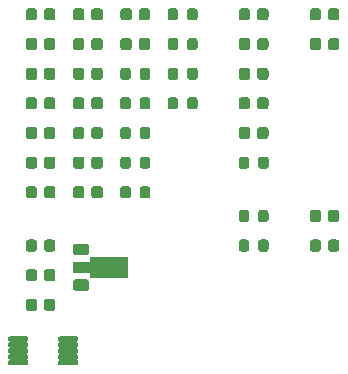
<source format=gbr>
%TF.GenerationSoftware,KiCad,Pcbnew,8.0.4*%
%TF.CreationDate,2024-08-10T08:10:45+10:00*%
%TF.ProjectId,CW HF Transceiver,43572048-4620-4547-9261-6e7363656976,rev?*%
%TF.SameCoordinates,Original*%
%TF.FileFunction,Soldermask,Top*%
%TF.FilePolarity,Negative*%
%FSLAX46Y46*%
G04 Gerber Fmt 4.6, Leading zero omitted, Abs format (unit mm)*
G04 Created by KiCad (PCBNEW 8.0.4) date 2024-08-10 08:10:45*
%MOMM*%
%LPD*%
G01*
G04 APERTURE LIST*
G04 APERTURE END LIST*
G36*
X195557027Y-92284553D02*
G01*
X195597742Y-92311758D01*
X195624947Y-92352473D01*
X195634500Y-92400500D01*
X195634500Y-92575500D01*
X195624947Y-92623527D01*
X195597742Y-92664242D01*
X195557027Y-92691447D01*
X195524373Y-92697942D01*
X195524330Y-92778049D01*
X195557027Y-92784553D01*
X195597742Y-92811758D01*
X195624947Y-92852473D01*
X195634500Y-92900500D01*
X195634500Y-93075500D01*
X195624947Y-93123527D01*
X195597742Y-93164242D01*
X195557027Y-93191447D01*
X195524373Y-93197942D01*
X195524330Y-93278049D01*
X195557027Y-93284553D01*
X195597742Y-93311758D01*
X195624947Y-93352473D01*
X195634500Y-93400500D01*
X195634500Y-93575500D01*
X195624947Y-93623527D01*
X195597742Y-93664242D01*
X195557027Y-93691447D01*
X195524373Y-93697942D01*
X195524330Y-93778049D01*
X195557027Y-93784553D01*
X195597742Y-93811758D01*
X195624947Y-93852473D01*
X195634500Y-93900500D01*
X195634500Y-94075500D01*
X195624947Y-94123527D01*
X195597742Y-94164242D01*
X195557027Y-94191447D01*
X195524373Y-94197942D01*
X195524330Y-94278049D01*
X195557027Y-94284553D01*
X195597742Y-94311758D01*
X195624947Y-94352473D01*
X195634500Y-94400500D01*
X195634500Y-94575500D01*
X195624947Y-94623527D01*
X195597742Y-94664242D01*
X195557027Y-94691447D01*
X195509000Y-94701000D01*
X194059000Y-94701000D01*
X194010973Y-94691447D01*
X193970258Y-94664242D01*
X193943053Y-94623527D01*
X193933500Y-94575500D01*
X193933500Y-94400500D01*
X193943053Y-94352473D01*
X193970258Y-94311758D01*
X194010973Y-94284553D01*
X194043647Y-94278053D01*
X194043647Y-94197946D01*
X194010973Y-94191447D01*
X193970258Y-94164242D01*
X193943053Y-94123527D01*
X193933500Y-94075500D01*
X193933500Y-93900500D01*
X193943053Y-93852473D01*
X193970258Y-93811758D01*
X194010973Y-93784553D01*
X194043647Y-93778053D01*
X194043647Y-93697946D01*
X194010973Y-93691447D01*
X193970258Y-93664242D01*
X193943053Y-93623527D01*
X193933500Y-93575500D01*
X193933500Y-93400500D01*
X193943053Y-93352473D01*
X193970258Y-93311758D01*
X194010973Y-93284553D01*
X194043647Y-93278053D01*
X194043647Y-93197946D01*
X194010973Y-93191447D01*
X193970258Y-93164242D01*
X193943053Y-93123527D01*
X193933500Y-93075500D01*
X193933500Y-92900500D01*
X193943053Y-92852473D01*
X193970258Y-92811758D01*
X194010973Y-92784553D01*
X194043647Y-92778053D01*
X194043647Y-92697946D01*
X194010973Y-92691447D01*
X193970258Y-92664242D01*
X193943053Y-92623527D01*
X193933500Y-92575500D01*
X193933500Y-92400500D01*
X193943053Y-92352473D01*
X193970258Y-92311758D01*
X194010973Y-92284553D01*
X194059000Y-92275000D01*
X195509000Y-92275000D01*
X195557027Y-92284553D01*
G37*
G36*
X199782027Y-92284553D02*
G01*
X199822742Y-92311758D01*
X199849947Y-92352473D01*
X199859500Y-92400500D01*
X199859500Y-92575500D01*
X199849947Y-92623527D01*
X199822742Y-92664242D01*
X199782027Y-92691447D01*
X199749373Y-92697942D01*
X199749330Y-92778049D01*
X199782027Y-92784553D01*
X199822742Y-92811758D01*
X199849947Y-92852473D01*
X199859500Y-92900500D01*
X199859500Y-93075500D01*
X199849947Y-93123527D01*
X199822742Y-93164242D01*
X199782027Y-93191447D01*
X199749373Y-93197942D01*
X199749330Y-93278049D01*
X199782027Y-93284553D01*
X199822742Y-93311758D01*
X199849947Y-93352473D01*
X199859500Y-93400500D01*
X199859500Y-93575500D01*
X199849947Y-93623527D01*
X199822742Y-93664242D01*
X199782027Y-93691447D01*
X199749373Y-93697942D01*
X199749330Y-93778049D01*
X199782027Y-93784553D01*
X199822742Y-93811758D01*
X199849947Y-93852473D01*
X199859500Y-93900500D01*
X199859500Y-94075500D01*
X199849947Y-94123527D01*
X199822742Y-94164242D01*
X199782027Y-94191447D01*
X199749373Y-94197942D01*
X199749330Y-94278049D01*
X199782027Y-94284553D01*
X199822742Y-94311758D01*
X199849947Y-94352473D01*
X199859500Y-94400500D01*
X199859500Y-94575500D01*
X199849947Y-94623527D01*
X199822742Y-94664242D01*
X199782027Y-94691447D01*
X199734000Y-94701000D01*
X198284000Y-94701000D01*
X198235973Y-94691447D01*
X198195258Y-94664242D01*
X198168053Y-94623527D01*
X198158500Y-94575500D01*
X198158500Y-94400500D01*
X198168053Y-94352473D01*
X198195258Y-94311758D01*
X198235973Y-94284553D01*
X198268647Y-94278053D01*
X198268647Y-94197946D01*
X198235973Y-94191447D01*
X198195258Y-94164242D01*
X198168053Y-94123527D01*
X198158500Y-94075500D01*
X198158500Y-93900500D01*
X198168053Y-93852473D01*
X198195258Y-93811758D01*
X198235973Y-93784553D01*
X198268647Y-93778053D01*
X198268647Y-93697946D01*
X198235973Y-93691447D01*
X198195258Y-93664242D01*
X198168053Y-93623527D01*
X198158500Y-93575500D01*
X198158500Y-93400500D01*
X198168053Y-93352473D01*
X198195258Y-93311758D01*
X198235973Y-93284553D01*
X198268647Y-93278053D01*
X198268647Y-93197946D01*
X198235973Y-93191447D01*
X198195258Y-93164242D01*
X198168053Y-93123527D01*
X198158500Y-93075500D01*
X198158500Y-92900500D01*
X198168053Y-92852473D01*
X198195258Y-92811758D01*
X198235973Y-92784553D01*
X198268647Y-92778053D01*
X198268647Y-92697946D01*
X198235973Y-92691447D01*
X198195258Y-92664242D01*
X198168053Y-92623527D01*
X198158500Y-92575500D01*
X198158500Y-92400500D01*
X198168053Y-92352473D01*
X198195258Y-92311758D01*
X198235973Y-92284553D01*
X198284000Y-92275000D01*
X199734000Y-92275000D01*
X199782027Y-92284553D01*
G37*
G36*
X196119409Y-89090274D02*
G01*
X196179852Y-89098232D01*
X196195057Y-89105322D01*
X196213646Y-89109020D01*
X196238266Y-89125470D01*
X196263407Y-89137194D01*
X196278702Y-89152489D01*
X196298969Y-89166031D01*
X196312510Y-89186297D01*
X196327805Y-89201592D01*
X196339527Y-89226730D01*
X196355980Y-89251354D01*
X196359677Y-89269944D01*
X196366767Y-89285147D01*
X196374722Y-89345577D01*
X196376000Y-89352000D01*
X196376000Y-89852000D01*
X196374722Y-89858424D01*
X196366767Y-89918852D01*
X196359678Y-89934054D01*
X196355980Y-89952646D01*
X196339525Y-89977271D01*
X196327805Y-90002407D01*
X196312512Y-90017699D01*
X196298969Y-90037969D01*
X196278699Y-90051512D01*
X196263407Y-90066805D01*
X196238271Y-90078525D01*
X196213646Y-90094980D01*
X196195054Y-90098678D01*
X196179852Y-90105767D01*
X196119424Y-90113722D01*
X196113000Y-90115000D01*
X195663000Y-90115000D01*
X195656577Y-90113722D01*
X195596147Y-90105767D01*
X195580944Y-90098677D01*
X195562354Y-90094980D01*
X195537730Y-90078527D01*
X195512592Y-90066805D01*
X195497297Y-90051510D01*
X195477031Y-90037969D01*
X195463489Y-90017702D01*
X195448194Y-90002407D01*
X195436470Y-89977266D01*
X195420020Y-89952646D01*
X195416322Y-89934057D01*
X195409232Y-89918852D01*
X195401274Y-89858409D01*
X195400000Y-89852000D01*
X195400000Y-89352000D01*
X195401274Y-89345592D01*
X195409232Y-89285147D01*
X195416322Y-89269940D01*
X195420020Y-89251354D01*
X195436469Y-89226735D01*
X195448194Y-89201592D01*
X195463491Y-89186294D01*
X195477031Y-89166031D01*
X195497294Y-89152491D01*
X195512592Y-89137194D01*
X195537735Y-89125469D01*
X195562354Y-89109020D01*
X195580940Y-89105322D01*
X195596147Y-89098232D01*
X195656592Y-89090274D01*
X195663000Y-89089000D01*
X196113000Y-89089000D01*
X196119409Y-89090274D01*
G37*
G36*
X197669409Y-89090274D02*
G01*
X197729852Y-89098232D01*
X197745057Y-89105322D01*
X197763646Y-89109020D01*
X197788266Y-89125470D01*
X197813407Y-89137194D01*
X197828702Y-89152489D01*
X197848969Y-89166031D01*
X197862510Y-89186297D01*
X197877805Y-89201592D01*
X197889527Y-89226730D01*
X197905980Y-89251354D01*
X197909677Y-89269944D01*
X197916767Y-89285147D01*
X197924722Y-89345577D01*
X197926000Y-89352000D01*
X197926000Y-89852000D01*
X197924722Y-89858424D01*
X197916767Y-89918852D01*
X197909678Y-89934054D01*
X197905980Y-89952646D01*
X197889525Y-89977271D01*
X197877805Y-90002407D01*
X197862512Y-90017699D01*
X197848969Y-90037969D01*
X197828699Y-90051512D01*
X197813407Y-90066805D01*
X197788271Y-90078525D01*
X197763646Y-90094980D01*
X197745054Y-90098678D01*
X197729852Y-90105767D01*
X197669424Y-90113722D01*
X197663000Y-90115000D01*
X197213000Y-90115000D01*
X197206577Y-90113722D01*
X197146147Y-90105767D01*
X197130944Y-90098677D01*
X197112354Y-90094980D01*
X197087730Y-90078527D01*
X197062592Y-90066805D01*
X197047297Y-90051510D01*
X197027031Y-90037969D01*
X197013489Y-90017702D01*
X196998194Y-90002407D01*
X196986470Y-89977266D01*
X196970020Y-89952646D01*
X196966322Y-89934057D01*
X196959232Y-89918852D01*
X196951274Y-89858409D01*
X196950000Y-89852000D01*
X196950000Y-89352000D01*
X196951274Y-89345592D01*
X196959232Y-89285147D01*
X196966322Y-89269940D01*
X196970020Y-89251354D01*
X196986469Y-89226735D01*
X196998194Y-89201592D01*
X197013491Y-89186294D01*
X197027031Y-89166031D01*
X197047294Y-89152491D01*
X197062592Y-89137194D01*
X197087735Y-89125469D01*
X197112354Y-89109020D01*
X197130940Y-89105322D01*
X197146147Y-89098232D01*
X197206592Y-89090274D01*
X197213000Y-89089000D01*
X197663000Y-89089000D01*
X197669409Y-89090274D01*
G37*
G36*
X200524409Y-87440274D02*
G01*
X200584852Y-87448232D01*
X200600057Y-87455322D01*
X200618646Y-87459020D01*
X200643266Y-87475470D01*
X200668407Y-87487194D01*
X200683702Y-87502489D01*
X200703969Y-87516031D01*
X200717510Y-87536297D01*
X200732805Y-87551592D01*
X200744527Y-87576730D01*
X200760980Y-87601354D01*
X200764677Y-87619944D01*
X200771767Y-87635147D01*
X200779722Y-87695577D01*
X200781000Y-87702000D01*
X200781000Y-88152000D01*
X200779722Y-88158424D01*
X200771767Y-88218852D01*
X200764678Y-88234054D01*
X200760980Y-88252646D01*
X200744525Y-88277271D01*
X200732805Y-88302407D01*
X200717512Y-88317699D01*
X200703969Y-88337969D01*
X200683699Y-88351512D01*
X200668407Y-88366805D01*
X200643271Y-88378525D01*
X200618646Y-88394980D01*
X200600054Y-88398678D01*
X200584852Y-88405767D01*
X200524424Y-88413722D01*
X200518000Y-88415000D01*
X199668000Y-88415000D01*
X199661577Y-88413722D01*
X199601147Y-88405767D01*
X199585944Y-88398677D01*
X199567354Y-88394980D01*
X199542730Y-88378527D01*
X199517592Y-88366805D01*
X199502297Y-88351510D01*
X199482031Y-88337969D01*
X199468489Y-88317702D01*
X199453194Y-88302407D01*
X199441470Y-88277266D01*
X199425020Y-88252646D01*
X199421322Y-88234057D01*
X199414232Y-88218852D01*
X199406274Y-88158409D01*
X199405000Y-88152000D01*
X199405000Y-87702000D01*
X199406274Y-87695592D01*
X199414232Y-87635147D01*
X199421322Y-87619940D01*
X199425020Y-87601354D01*
X199441469Y-87576735D01*
X199453194Y-87551592D01*
X199468491Y-87536294D01*
X199482031Y-87516031D01*
X199502294Y-87502491D01*
X199517592Y-87487194D01*
X199542735Y-87475469D01*
X199567354Y-87459020D01*
X199585940Y-87455322D01*
X199601147Y-87448232D01*
X199661592Y-87440274D01*
X199668000Y-87439000D01*
X200518000Y-87439000D01*
X200524409Y-87440274D01*
G37*
G36*
X196119409Y-86580274D02*
G01*
X196179852Y-86588232D01*
X196195057Y-86595322D01*
X196213646Y-86599020D01*
X196238266Y-86615470D01*
X196263407Y-86627194D01*
X196278702Y-86642489D01*
X196298969Y-86656031D01*
X196312510Y-86676297D01*
X196327805Y-86691592D01*
X196339527Y-86716730D01*
X196355980Y-86741354D01*
X196359677Y-86759944D01*
X196366767Y-86775147D01*
X196374722Y-86835577D01*
X196376000Y-86842000D01*
X196376000Y-87342000D01*
X196374722Y-87348424D01*
X196366767Y-87408852D01*
X196359678Y-87424054D01*
X196355980Y-87442646D01*
X196339525Y-87467271D01*
X196327805Y-87492407D01*
X196312512Y-87507699D01*
X196298969Y-87527969D01*
X196278699Y-87541512D01*
X196263407Y-87556805D01*
X196238271Y-87568525D01*
X196213646Y-87584980D01*
X196195054Y-87588678D01*
X196179852Y-87595767D01*
X196119424Y-87603722D01*
X196113000Y-87605000D01*
X195663000Y-87605000D01*
X195656577Y-87603722D01*
X195596147Y-87595767D01*
X195580944Y-87588677D01*
X195562354Y-87584980D01*
X195537730Y-87568527D01*
X195512592Y-87556805D01*
X195497297Y-87541510D01*
X195477031Y-87527969D01*
X195463489Y-87507702D01*
X195448194Y-87492407D01*
X195436470Y-87467266D01*
X195420020Y-87442646D01*
X195416322Y-87424057D01*
X195409232Y-87408852D01*
X195401274Y-87348409D01*
X195400000Y-87342000D01*
X195400000Y-86842000D01*
X195401274Y-86835592D01*
X195409232Y-86775147D01*
X195416322Y-86759940D01*
X195420020Y-86741354D01*
X195436469Y-86716735D01*
X195448194Y-86691592D01*
X195463491Y-86676294D01*
X195477031Y-86656031D01*
X195497294Y-86642491D01*
X195512592Y-86627194D01*
X195537735Y-86615469D01*
X195562354Y-86599020D01*
X195580940Y-86595322D01*
X195596147Y-86588232D01*
X195656592Y-86580274D01*
X195663000Y-86579000D01*
X196113000Y-86579000D01*
X196119409Y-86580274D01*
G37*
G36*
X197669409Y-86580274D02*
G01*
X197729852Y-86588232D01*
X197745057Y-86595322D01*
X197763646Y-86599020D01*
X197788266Y-86615470D01*
X197813407Y-86627194D01*
X197828702Y-86642489D01*
X197848969Y-86656031D01*
X197862510Y-86676297D01*
X197877805Y-86691592D01*
X197889527Y-86716730D01*
X197905980Y-86741354D01*
X197909677Y-86759944D01*
X197916767Y-86775147D01*
X197924722Y-86835577D01*
X197926000Y-86842000D01*
X197926000Y-87342000D01*
X197924722Y-87348424D01*
X197916767Y-87408852D01*
X197909678Y-87424054D01*
X197905980Y-87442646D01*
X197889525Y-87467271D01*
X197877805Y-87492407D01*
X197862512Y-87507699D01*
X197848969Y-87527969D01*
X197828699Y-87541512D01*
X197813407Y-87556805D01*
X197788271Y-87568525D01*
X197763646Y-87584980D01*
X197745054Y-87588678D01*
X197729852Y-87595767D01*
X197669424Y-87603722D01*
X197663000Y-87605000D01*
X197213000Y-87605000D01*
X197206577Y-87603722D01*
X197146147Y-87595767D01*
X197130944Y-87588677D01*
X197112354Y-87584980D01*
X197087730Y-87568527D01*
X197062592Y-87556805D01*
X197047297Y-87541510D01*
X197027031Y-87527969D01*
X197013489Y-87507702D01*
X196998194Y-87492407D01*
X196986470Y-87467266D01*
X196970020Y-87442646D01*
X196966322Y-87424057D01*
X196959232Y-87408852D01*
X196951274Y-87348409D01*
X196950000Y-87342000D01*
X196950000Y-86842000D01*
X196951274Y-86835592D01*
X196959232Y-86775147D01*
X196966322Y-86759940D01*
X196970020Y-86741354D01*
X196986469Y-86716735D01*
X196998194Y-86691592D01*
X197013491Y-86676294D01*
X197027031Y-86656031D01*
X197047294Y-86642491D01*
X197062592Y-86627194D01*
X197087735Y-86615469D01*
X197112354Y-86599020D01*
X197130940Y-86595322D01*
X197146147Y-86588232D01*
X197206592Y-86580274D01*
X197213000Y-86579000D01*
X197663000Y-86579000D01*
X197669409Y-86580274D01*
G37*
G36*
X204073406Y-85530094D02*
G01*
X204080000Y-85546014D01*
X204083942Y-85551440D01*
X204084991Y-85558064D01*
X204086000Y-85560500D01*
X204086000Y-87293500D01*
X204073406Y-87323906D01*
X204057482Y-87330501D01*
X204052059Y-87334442D01*
X204045435Y-87335491D01*
X204043000Y-87336500D01*
X204039067Y-87336500D01*
X200925919Y-87336500D01*
X200918000Y-87336500D01*
X200887594Y-87323906D01*
X200880999Y-87307985D01*
X200877057Y-87302559D01*
X200876008Y-87295934D01*
X200875000Y-87293500D01*
X200875000Y-86949289D01*
X200845711Y-86920000D01*
X199443000Y-86920000D01*
X199412594Y-86907406D01*
X199405999Y-86891485D01*
X199402057Y-86886059D01*
X199401008Y-86879434D01*
X199400000Y-86877000D01*
X199400000Y-85977000D01*
X199412594Y-85946594D01*
X199428511Y-85940000D01*
X199433940Y-85936057D01*
X199440566Y-85935007D01*
X199443000Y-85934000D01*
X200845711Y-85934000D01*
X200875000Y-85904711D01*
X200875000Y-85568418D01*
X200875000Y-85560500D01*
X200887594Y-85530094D01*
X200903511Y-85523500D01*
X200908940Y-85519557D01*
X200915566Y-85518507D01*
X200918000Y-85517500D01*
X204043000Y-85517500D01*
X204073406Y-85530094D01*
G37*
G36*
X200524409Y-84440274D02*
G01*
X200584852Y-84448232D01*
X200600057Y-84455322D01*
X200618646Y-84459020D01*
X200643266Y-84475470D01*
X200668407Y-84487194D01*
X200683702Y-84502489D01*
X200703969Y-84516031D01*
X200717510Y-84536297D01*
X200732805Y-84551592D01*
X200744527Y-84576730D01*
X200760980Y-84601354D01*
X200764677Y-84619944D01*
X200771767Y-84635147D01*
X200779722Y-84695577D01*
X200781000Y-84702000D01*
X200781000Y-85152000D01*
X200779722Y-85158424D01*
X200771767Y-85218852D01*
X200764678Y-85234054D01*
X200760980Y-85252646D01*
X200744525Y-85277271D01*
X200732805Y-85302407D01*
X200717512Y-85317699D01*
X200703969Y-85337969D01*
X200683699Y-85351512D01*
X200668407Y-85366805D01*
X200643271Y-85378525D01*
X200618646Y-85394980D01*
X200600054Y-85398678D01*
X200584852Y-85405767D01*
X200524424Y-85413722D01*
X200518000Y-85415000D01*
X199668000Y-85415000D01*
X199661577Y-85413722D01*
X199601147Y-85405767D01*
X199585944Y-85398677D01*
X199567354Y-85394980D01*
X199542730Y-85378527D01*
X199517592Y-85366805D01*
X199502297Y-85351510D01*
X199482031Y-85337969D01*
X199468489Y-85317702D01*
X199453194Y-85302407D01*
X199441470Y-85277266D01*
X199425020Y-85252646D01*
X199421322Y-85234057D01*
X199414232Y-85218852D01*
X199406274Y-85158409D01*
X199405000Y-85152000D01*
X199405000Y-84702000D01*
X199406274Y-84695592D01*
X199414232Y-84635147D01*
X199421322Y-84619940D01*
X199425020Y-84601354D01*
X199441469Y-84576735D01*
X199453194Y-84551592D01*
X199468491Y-84536294D01*
X199482031Y-84516031D01*
X199502294Y-84502491D01*
X199517592Y-84487194D01*
X199542735Y-84475469D01*
X199567354Y-84459020D01*
X199585940Y-84455322D01*
X199601147Y-84448232D01*
X199661592Y-84440274D01*
X199668000Y-84439000D01*
X200518000Y-84439000D01*
X200524409Y-84440274D01*
G37*
G36*
X196119409Y-84070274D02*
G01*
X196179852Y-84078232D01*
X196195057Y-84085322D01*
X196213646Y-84089020D01*
X196238266Y-84105470D01*
X196263407Y-84117194D01*
X196278702Y-84132489D01*
X196298969Y-84146031D01*
X196312510Y-84166297D01*
X196327805Y-84181592D01*
X196339527Y-84206730D01*
X196355980Y-84231354D01*
X196359677Y-84249944D01*
X196366767Y-84265147D01*
X196374722Y-84325577D01*
X196376000Y-84332000D01*
X196376000Y-84832000D01*
X196374722Y-84838424D01*
X196366767Y-84898852D01*
X196359678Y-84914054D01*
X196355980Y-84932646D01*
X196339525Y-84957271D01*
X196327805Y-84982407D01*
X196312512Y-84997699D01*
X196298969Y-85017969D01*
X196278699Y-85031512D01*
X196263407Y-85046805D01*
X196238271Y-85058525D01*
X196213646Y-85074980D01*
X196195054Y-85078678D01*
X196179852Y-85085767D01*
X196119424Y-85093722D01*
X196113000Y-85095000D01*
X195663000Y-85095000D01*
X195656577Y-85093722D01*
X195596147Y-85085767D01*
X195580944Y-85078677D01*
X195562354Y-85074980D01*
X195537730Y-85058527D01*
X195512592Y-85046805D01*
X195497297Y-85031510D01*
X195477031Y-85017969D01*
X195463489Y-84997702D01*
X195448194Y-84982407D01*
X195436470Y-84957266D01*
X195420020Y-84932646D01*
X195416322Y-84914057D01*
X195409232Y-84898852D01*
X195401274Y-84838409D01*
X195400000Y-84832000D01*
X195400000Y-84332000D01*
X195401274Y-84325592D01*
X195409232Y-84265147D01*
X195416322Y-84249940D01*
X195420020Y-84231354D01*
X195436469Y-84206735D01*
X195448194Y-84181592D01*
X195463491Y-84166294D01*
X195477031Y-84146031D01*
X195497294Y-84132491D01*
X195512592Y-84117194D01*
X195537735Y-84105469D01*
X195562354Y-84089020D01*
X195580940Y-84085322D01*
X195596147Y-84078232D01*
X195656592Y-84070274D01*
X195663000Y-84069000D01*
X196113000Y-84069000D01*
X196119409Y-84070274D01*
G37*
G36*
X197669409Y-84070274D02*
G01*
X197729852Y-84078232D01*
X197745057Y-84085322D01*
X197763646Y-84089020D01*
X197788266Y-84105470D01*
X197813407Y-84117194D01*
X197828702Y-84132489D01*
X197848969Y-84146031D01*
X197862510Y-84166297D01*
X197877805Y-84181592D01*
X197889527Y-84206730D01*
X197905980Y-84231354D01*
X197909677Y-84249944D01*
X197916767Y-84265147D01*
X197924722Y-84325577D01*
X197926000Y-84332000D01*
X197926000Y-84832000D01*
X197924722Y-84838424D01*
X197916767Y-84898852D01*
X197909678Y-84914054D01*
X197905980Y-84932646D01*
X197889525Y-84957271D01*
X197877805Y-84982407D01*
X197862512Y-84997699D01*
X197848969Y-85017969D01*
X197828699Y-85031512D01*
X197813407Y-85046805D01*
X197788271Y-85058525D01*
X197763646Y-85074980D01*
X197745054Y-85078678D01*
X197729852Y-85085767D01*
X197669424Y-85093722D01*
X197663000Y-85095000D01*
X197213000Y-85095000D01*
X197206577Y-85093722D01*
X197146147Y-85085767D01*
X197130944Y-85078677D01*
X197112354Y-85074980D01*
X197087730Y-85058527D01*
X197062592Y-85046805D01*
X197047297Y-85031510D01*
X197027031Y-85017969D01*
X197013489Y-84997702D01*
X196998194Y-84982407D01*
X196986470Y-84957266D01*
X196970020Y-84932646D01*
X196966322Y-84914057D01*
X196959232Y-84898852D01*
X196951274Y-84838409D01*
X196950000Y-84832000D01*
X196950000Y-84332000D01*
X196951274Y-84325592D01*
X196959232Y-84265147D01*
X196966322Y-84249940D01*
X196970020Y-84231354D01*
X196986469Y-84206735D01*
X196998194Y-84181592D01*
X197013491Y-84166294D01*
X197027031Y-84146031D01*
X197047294Y-84132491D01*
X197062592Y-84117194D01*
X197087735Y-84105469D01*
X197112354Y-84089020D01*
X197130940Y-84085322D01*
X197146147Y-84078232D01*
X197206592Y-84070274D01*
X197213000Y-84069000D01*
X197663000Y-84069000D01*
X197669409Y-84070274D01*
G37*
G36*
X214082047Y-84069805D02*
G01*
X214130661Y-84075445D01*
X214147271Y-84082779D01*
X214169079Y-84087117D01*
X214192425Y-84102716D01*
X214212012Y-84111365D01*
X214225390Y-84124743D01*
X214246291Y-84138709D01*
X214260256Y-84159609D01*
X214273634Y-84172987D01*
X214282281Y-84192572D01*
X214297883Y-84215921D01*
X214302221Y-84237731D01*
X214309554Y-84254338D01*
X214315192Y-84302942D01*
X214316000Y-84307000D01*
X214316000Y-84857000D01*
X214315192Y-84861059D01*
X214309554Y-84909661D01*
X214302221Y-84926266D01*
X214297883Y-84948079D01*
X214282280Y-84971429D01*
X214273634Y-84991012D01*
X214260258Y-85004387D01*
X214246291Y-85025291D01*
X214225387Y-85039258D01*
X214212012Y-85052634D01*
X214192429Y-85061280D01*
X214169079Y-85076883D01*
X214147266Y-85081221D01*
X214130661Y-85088554D01*
X214082059Y-85094192D01*
X214078000Y-85095000D01*
X213678000Y-85095000D01*
X213673942Y-85094192D01*
X213625338Y-85088554D01*
X213608731Y-85081221D01*
X213586921Y-85076883D01*
X213563572Y-85061281D01*
X213543987Y-85052634D01*
X213530609Y-85039256D01*
X213509709Y-85025291D01*
X213495743Y-85004390D01*
X213482365Y-84991012D01*
X213473716Y-84971425D01*
X213458117Y-84948079D01*
X213453779Y-84926271D01*
X213446445Y-84909661D01*
X213440805Y-84861047D01*
X213440000Y-84857000D01*
X213440000Y-84307000D01*
X213440804Y-84302954D01*
X213446445Y-84254338D01*
X213453779Y-84237727D01*
X213458117Y-84215921D01*
X213473715Y-84192576D01*
X213482365Y-84172987D01*
X213495745Y-84159606D01*
X213509709Y-84138709D01*
X213530606Y-84124745D01*
X213543987Y-84111365D01*
X213563576Y-84102715D01*
X213586921Y-84087117D01*
X213608727Y-84082779D01*
X213625338Y-84075445D01*
X213673954Y-84069804D01*
X213678000Y-84069000D01*
X214078000Y-84069000D01*
X214082047Y-84069805D01*
G37*
G36*
X215732047Y-84069805D02*
G01*
X215780661Y-84075445D01*
X215797271Y-84082779D01*
X215819079Y-84087117D01*
X215842425Y-84102716D01*
X215862012Y-84111365D01*
X215875390Y-84124743D01*
X215896291Y-84138709D01*
X215910256Y-84159609D01*
X215923634Y-84172987D01*
X215932281Y-84192572D01*
X215947883Y-84215921D01*
X215952221Y-84237731D01*
X215959554Y-84254338D01*
X215965192Y-84302942D01*
X215966000Y-84307000D01*
X215966000Y-84857000D01*
X215965192Y-84861059D01*
X215959554Y-84909661D01*
X215952221Y-84926266D01*
X215947883Y-84948079D01*
X215932280Y-84971429D01*
X215923634Y-84991012D01*
X215910258Y-85004387D01*
X215896291Y-85025291D01*
X215875387Y-85039258D01*
X215862012Y-85052634D01*
X215842429Y-85061280D01*
X215819079Y-85076883D01*
X215797266Y-85081221D01*
X215780661Y-85088554D01*
X215732059Y-85094192D01*
X215728000Y-85095000D01*
X215328000Y-85095000D01*
X215323942Y-85094192D01*
X215275338Y-85088554D01*
X215258731Y-85081221D01*
X215236921Y-85076883D01*
X215213572Y-85061281D01*
X215193987Y-85052634D01*
X215180609Y-85039256D01*
X215159709Y-85025291D01*
X215145743Y-85004390D01*
X215132365Y-84991012D01*
X215123716Y-84971425D01*
X215108117Y-84948079D01*
X215103779Y-84926271D01*
X215096445Y-84909661D01*
X215090805Y-84861047D01*
X215090000Y-84857000D01*
X215090000Y-84307000D01*
X215090804Y-84302954D01*
X215096445Y-84254338D01*
X215103779Y-84237727D01*
X215108117Y-84215921D01*
X215123715Y-84192576D01*
X215132365Y-84172987D01*
X215145745Y-84159606D01*
X215159709Y-84138709D01*
X215180606Y-84124745D01*
X215193987Y-84111365D01*
X215213576Y-84102715D01*
X215236921Y-84087117D01*
X215258727Y-84082779D01*
X215275338Y-84075445D01*
X215323954Y-84069804D01*
X215328000Y-84069000D01*
X215728000Y-84069000D01*
X215732047Y-84069805D01*
G37*
G36*
X220169409Y-84070274D02*
G01*
X220229852Y-84078232D01*
X220245057Y-84085322D01*
X220263646Y-84089020D01*
X220288266Y-84105470D01*
X220313407Y-84117194D01*
X220328702Y-84132489D01*
X220348969Y-84146031D01*
X220362510Y-84166297D01*
X220377805Y-84181592D01*
X220389527Y-84206730D01*
X220405980Y-84231354D01*
X220409677Y-84249944D01*
X220416767Y-84265147D01*
X220424722Y-84325577D01*
X220426000Y-84332000D01*
X220426000Y-84832000D01*
X220424722Y-84838424D01*
X220416767Y-84898852D01*
X220409678Y-84914054D01*
X220405980Y-84932646D01*
X220389525Y-84957271D01*
X220377805Y-84982407D01*
X220362512Y-84997699D01*
X220348969Y-85017969D01*
X220328699Y-85031512D01*
X220313407Y-85046805D01*
X220288271Y-85058525D01*
X220263646Y-85074980D01*
X220245054Y-85078678D01*
X220229852Y-85085767D01*
X220169424Y-85093722D01*
X220163000Y-85095000D01*
X219713000Y-85095000D01*
X219706577Y-85093722D01*
X219646147Y-85085767D01*
X219630944Y-85078677D01*
X219612354Y-85074980D01*
X219587730Y-85058527D01*
X219562592Y-85046805D01*
X219547297Y-85031510D01*
X219527031Y-85017969D01*
X219513489Y-84997702D01*
X219498194Y-84982407D01*
X219486470Y-84957266D01*
X219470020Y-84932646D01*
X219466322Y-84914057D01*
X219459232Y-84898852D01*
X219451274Y-84838409D01*
X219450000Y-84832000D01*
X219450000Y-84332000D01*
X219451274Y-84325592D01*
X219459232Y-84265147D01*
X219466322Y-84249940D01*
X219470020Y-84231354D01*
X219486469Y-84206735D01*
X219498194Y-84181592D01*
X219513491Y-84166294D01*
X219527031Y-84146031D01*
X219547294Y-84132491D01*
X219562592Y-84117194D01*
X219587735Y-84105469D01*
X219612354Y-84089020D01*
X219630940Y-84085322D01*
X219646147Y-84078232D01*
X219706592Y-84070274D01*
X219713000Y-84069000D01*
X220163000Y-84069000D01*
X220169409Y-84070274D01*
G37*
G36*
X221719409Y-84070274D02*
G01*
X221779852Y-84078232D01*
X221795057Y-84085322D01*
X221813646Y-84089020D01*
X221838266Y-84105470D01*
X221863407Y-84117194D01*
X221878702Y-84132489D01*
X221898969Y-84146031D01*
X221912510Y-84166297D01*
X221927805Y-84181592D01*
X221939527Y-84206730D01*
X221955980Y-84231354D01*
X221959677Y-84249944D01*
X221966767Y-84265147D01*
X221974722Y-84325577D01*
X221976000Y-84332000D01*
X221976000Y-84832000D01*
X221974722Y-84838424D01*
X221966767Y-84898852D01*
X221959678Y-84914054D01*
X221955980Y-84932646D01*
X221939525Y-84957271D01*
X221927805Y-84982407D01*
X221912512Y-84997699D01*
X221898969Y-85017969D01*
X221878699Y-85031512D01*
X221863407Y-85046805D01*
X221838271Y-85058525D01*
X221813646Y-85074980D01*
X221795054Y-85078678D01*
X221779852Y-85085767D01*
X221719424Y-85093722D01*
X221713000Y-85095000D01*
X221263000Y-85095000D01*
X221256577Y-85093722D01*
X221196147Y-85085767D01*
X221180944Y-85078677D01*
X221162354Y-85074980D01*
X221137730Y-85058527D01*
X221112592Y-85046805D01*
X221097297Y-85031510D01*
X221077031Y-85017969D01*
X221063489Y-84997702D01*
X221048194Y-84982407D01*
X221036470Y-84957266D01*
X221020020Y-84932646D01*
X221016322Y-84914057D01*
X221009232Y-84898852D01*
X221001274Y-84838409D01*
X221000000Y-84832000D01*
X221000000Y-84332000D01*
X221001274Y-84325592D01*
X221009232Y-84265147D01*
X221016322Y-84249940D01*
X221020020Y-84231354D01*
X221036469Y-84206735D01*
X221048194Y-84181592D01*
X221063491Y-84166294D01*
X221077031Y-84146031D01*
X221097294Y-84132491D01*
X221112592Y-84117194D01*
X221137735Y-84105469D01*
X221162354Y-84089020D01*
X221180940Y-84085322D01*
X221196147Y-84078232D01*
X221256592Y-84070274D01*
X221263000Y-84069000D01*
X221713000Y-84069000D01*
X221719409Y-84070274D01*
G37*
G36*
X214082047Y-81559805D02*
G01*
X214130661Y-81565445D01*
X214147271Y-81572779D01*
X214169079Y-81577117D01*
X214192425Y-81592716D01*
X214212012Y-81601365D01*
X214225390Y-81614743D01*
X214246291Y-81628709D01*
X214260256Y-81649609D01*
X214273634Y-81662987D01*
X214282281Y-81682572D01*
X214297883Y-81705921D01*
X214302221Y-81727731D01*
X214309554Y-81744338D01*
X214315192Y-81792942D01*
X214316000Y-81797000D01*
X214316000Y-82347000D01*
X214315192Y-82351059D01*
X214309554Y-82399661D01*
X214302221Y-82416266D01*
X214297883Y-82438079D01*
X214282280Y-82461429D01*
X214273634Y-82481012D01*
X214260258Y-82494387D01*
X214246291Y-82515291D01*
X214225387Y-82529258D01*
X214212012Y-82542634D01*
X214192429Y-82551280D01*
X214169079Y-82566883D01*
X214147266Y-82571221D01*
X214130661Y-82578554D01*
X214082059Y-82584192D01*
X214078000Y-82585000D01*
X213678000Y-82585000D01*
X213673942Y-82584192D01*
X213625338Y-82578554D01*
X213608731Y-82571221D01*
X213586921Y-82566883D01*
X213563572Y-82551281D01*
X213543987Y-82542634D01*
X213530609Y-82529256D01*
X213509709Y-82515291D01*
X213495743Y-82494390D01*
X213482365Y-82481012D01*
X213473716Y-82461425D01*
X213458117Y-82438079D01*
X213453779Y-82416271D01*
X213446445Y-82399661D01*
X213440805Y-82351047D01*
X213440000Y-82347000D01*
X213440000Y-81797000D01*
X213440804Y-81792954D01*
X213446445Y-81744338D01*
X213453779Y-81727727D01*
X213458117Y-81705921D01*
X213473715Y-81682576D01*
X213482365Y-81662987D01*
X213495745Y-81649606D01*
X213509709Y-81628709D01*
X213530606Y-81614745D01*
X213543987Y-81601365D01*
X213563576Y-81592715D01*
X213586921Y-81577117D01*
X213608727Y-81572779D01*
X213625338Y-81565445D01*
X213673954Y-81559804D01*
X213678000Y-81559000D01*
X214078000Y-81559000D01*
X214082047Y-81559805D01*
G37*
G36*
X215732047Y-81559805D02*
G01*
X215780661Y-81565445D01*
X215797271Y-81572779D01*
X215819079Y-81577117D01*
X215842425Y-81592716D01*
X215862012Y-81601365D01*
X215875390Y-81614743D01*
X215896291Y-81628709D01*
X215910256Y-81649609D01*
X215923634Y-81662987D01*
X215932281Y-81682572D01*
X215947883Y-81705921D01*
X215952221Y-81727731D01*
X215959554Y-81744338D01*
X215965192Y-81792942D01*
X215966000Y-81797000D01*
X215966000Y-82347000D01*
X215965192Y-82351059D01*
X215959554Y-82399661D01*
X215952221Y-82416266D01*
X215947883Y-82438079D01*
X215932280Y-82461429D01*
X215923634Y-82481012D01*
X215910258Y-82494387D01*
X215896291Y-82515291D01*
X215875387Y-82529258D01*
X215862012Y-82542634D01*
X215842429Y-82551280D01*
X215819079Y-82566883D01*
X215797266Y-82571221D01*
X215780661Y-82578554D01*
X215732059Y-82584192D01*
X215728000Y-82585000D01*
X215328000Y-82585000D01*
X215323942Y-82584192D01*
X215275338Y-82578554D01*
X215258731Y-82571221D01*
X215236921Y-82566883D01*
X215213572Y-82551281D01*
X215193987Y-82542634D01*
X215180609Y-82529256D01*
X215159709Y-82515291D01*
X215145743Y-82494390D01*
X215132365Y-82481012D01*
X215123716Y-82461425D01*
X215108117Y-82438079D01*
X215103779Y-82416271D01*
X215096445Y-82399661D01*
X215090805Y-82351047D01*
X215090000Y-82347000D01*
X215090000Y-81797000D01*
X215090804Y-81792954D01*
X215096445Y-81744338D01*
X215103779Y-81727727D01*
X215108117Y-81705921D01*
X215123715Y-81682576D01*
X215132365Y-81662987D01*
X215145745Y-81649606D01*
X215159709Y-81628709D01*
X215180606Y-81614745D01*
X215193987Y-81601365D01*
X215213576Y-81592715D01*
X215236921Y-81577117D01*
X215258727Y-81572779D01*
X215275338Y-81565445D01*
X215323954Y-81559804D01*
X215328000Y-81559000D01*
X215728000Y-81559000D01*
X215732047Y-81559805D01*
G37*
G36*
X220169409Y-81560274D02*
G01*
X220229852Y-81568232D01*
X220245057Y-81575322D01*
X220263646Y-81579020D01*
X220288266Y-81595470D01*
X220313407Y-81607194D01*
X220328702Y-81622489D01*
X220348969Y-81636031D01*
X220362510Y-81656297D01*
X220377805Y-81671592D01*
X220389527Y-81696730D01*
X220405980Y-81721354D01*
X220409677Y-81739944D01*
X220416767Y-81755147D01*
X220424722Y-81815577D01*
X220426000Y-81822000D01*
X220426000Y-82322000D01*
X220424722Y-82328424D01*
X220416767Y-82388852D01*
X220409678Y-82404054D01*
X220405980Y-82422646D01*
X220389525Y-82447271D01*
X220377805Y-82472407D01*
X220362512Y-82487699D01*
X220348969Y-82507969D01*
X220328699Y-82521512D01*
X220313407Y-82536805D01*
X220288271Y-82548525D01*
X220263646Y-82564980D01*
X220245054Y-82568678D01*
X220229852Y-82575767D01*
X220169424Y-82583722D01*
X220163000Y-82585000D01*
X219713000Y-82585000D01*
X219706577Y-82583722D01*
X219646147Y-82575767D01*
X219630944Y-82568677D01*
X219612354Y-82564980D01*
X219587730Y-82548527D01*
X219562592Y-82536805D01*
X219547297Y-82521510D01*
X219527031Y-82507969D01*
X219513489Y-82487702D01*
X219498194Y-82472407D01*
X219486470Y-82447266D01*
X219470020Y-82422646D01*
X219466322Y-82404057D01*
X219459232Y-82388852D01*
X219451274Y-82328409D01*
X219450000Y-82322000D01*
X219450000Y-81822000D01*
X219451274Y-81815592D01*
X219459232Y-81755147D01*
X219466322Y-81739940D01*
X219470020Y-81721354D01*
X219486469Y-81696735D01*
X219498194Y-81671592D01*
X219513491Y-81656294D01*
X219527031Y-81636031D01*
X219547294Y-81622491D01*
X219562592Y-81607194D01*
X219587735Y-81595469D01*
X219612354Y-81579020D01*
X219630940Y-81575322D01*
X219646147Y-81568232D01*
X219706592Y-81560274D01*
X219713000Y-81559000D01*
X220163000Y-81559000D01*
X220169409Y-81560274D01*
G37*
G36*
X221719409Y-81560274D02*
G01*
X221779852Y-81568232D01*
X221795057Y-81575322D01*
X221813646Y-81579020D01*
X221838266Y-81595470D01*
X221863407Y-81607194D01*
X221878702Y-81622489D01*
X221898969Y-81636031D01*
X221912510Y-81656297D01*
X221927805Y-81671592D01*
X221939527Y-81696730D01*
X221955980Y-81721354D01*
X221959677Y-81739944D01*
X221966767Y-81755147D01*
X221974722Y-81815577D01*
X221976000Y-81822000D01*
X221976000Y-82322000D01*
X221974722Y-82328424D01*
X221966767Y-82388852D01*
X221959678Y-82404054D01*
X221955980Y-82422646D01*
X221939525Y-82447271D01*
X221927805Y-82472407D01*
X221912512Y-82487699D01*
X221898969Y-82507969D01*
X221878699Y-82521512D01*
X221863407Y-82536805D01*
X221838271Y-82548525D01*
X221813646Y-82564980D01*
X221795054Y-82568678D01*
X221779852Y-82575767D01*
X221719424Y-82583722D01*
X221713000Y-82585000D01*
X221263000Y-82585000D01*
X221256577Y-82583722D01*
X221196147Y-82575767D01*
X221180944Y-82568677D01*
X221162354Y-82564980D01*
X221137730Y-82548527D01*
X221112592Y-82536805D01*
X221097297Y-82521510D01*
X221077031Y-82507969D01*
X221063489Y-82487702D01*
X221048194Y-82472407D01*
X221036470Y-82447266D01*
X221020020Y-82422646D01*
X221016322Y-82404057D01*
X221009232Y-82388852D01*
X221001274Y-82328409D01*
X221000000Y-82322000D01*
X221000000Y-81822000D01*
X221001274Y-81815592D01*
X221009232Y-81755147D01*
X221016322Y-81739940D01*
X221020020Y-81721354D01*
X221036469Y-81696735D01*
X221048194Y-81671592D01*
X221063491Y-81656294D01*
X221077031Y-81636031D01*
X221097294Y-81622491D01*
X221112592Y-81607194D01*
X221137735Y-81595469D01*
X221162354Y-81579020D01*
X221180940Y-81575322D01*
X221196147Y-81568232D01*
X221256592Y-81560274D01*
X221263000Y-81559000D01*
X221713000Y-81559000D01*
X221719409Y-81560274D01*
G37*
G36*
X196119409Y-79560274D02*
G01*
X196179852Y-79568232D01*
X196195057Y-79575322D01*
X196213646Y-79579020D01*
X196238266Y-79595470D01*
X196263407Y-79607194D01*
X196278702Y-79622489D01*
X196298969Y-79636031D01*
X196312510Y-79656297D01*
X196327805Y-79671592D01*
X196339527Y-79696730D01*
X196355980Y-79721354D01*
X196359677Y-79739944D01*
X196366767Y-79755147D01*
X196374722Y-79815577D01*
X196376000Y-79822000D01*
X196376000Y-80322000D01*
X196374722Y-80328424D01*
X196366767Y-80388852D01*
X196359678Y-80404054D01*
X196355980Y-80422646D01*
X196339525Y-80447271D01*
X196327805Y-80472407D01*
X196312512Y-80487699D01*
X196298969Y-80507969D01*
X196278699Y-80521512D01*
X196263407Y-80536805D01*
X196238271Y-80548525D01*
X196213646Y-80564980D01*
X196195054Y-80568678D01*
X196179852Y-80575767D01*
X196119424Y-80583722D01*
X196113000Y-80585000D01*
X195663000Y-80585000D01*
X195656577Y-80583722D01*
X195596147Y-80575767D01*
X195580944Y-80568677D01*
X195562354Y-80564980D01*
X195537730Y-80548527D01*
X195512592Y-80536805D01*
X195497297Y-80521510D01*
X195477031Y-80507969D01*
X195463489Y-80487702D01*
X195448194Y-80472407D01*
X195436470Y-80447266D01*
X195420020Y-80422646D01*
X195416322Y-80404057D01*
X195409232Y-80388852D01*
X195401274Y-80328409D01*
X195400000Y-80322000D01*
X195400000Y-79822000D01*
X195401274Y-79815592D01*
X195409232Y-79755147D01*
X195416322Y-79739940D01*
X195420020Y-79721354D01*
X195436469Y-79696735D01*
X195448194Y-79671592D01*
X195463491Y-79656294D01*
X195477031Y-79636031D01*
X195497294Y-79622491D01*
X195512592Y-79607194D01*
X195537735Y-79595469D01*
X195562354Y-79579020D01*
X195580940Y-79575322D01*
X195596147Y-79568232D01*
X195656592Y-79560274D01*
X195663000Y-79559000D01*
X196113000Y-79559000D01*
X196119409Y-79560274D01*
G37*
G36*
X197669409Y-79560274D02*
G01*
X197729852Y-79568232D01*
X197745057Y-79575322D01*
X197763646Y-79579020D01*
X197788266Y-79595470D01*
X197813407Y-79607194D01*
X197828702Y-79622489D01*
X197848969Y-79636031D01*
X197862510Y-79656297D01*
X197877805Y-79671592D01*
X197889527Y-79696730D01*
X197905980Y-79721354D01*
X197909677Y-79739944D01*
X197916767Y-79755147D01*
X197924722Y-79815577D01*
X197926000Y-79822000D01*
X197926000Y-80322000D01*
X197924722Y-80328424D01*
X197916767Y-80388852D01*
X197909678Y-80404054D01*
X197905980Y-80422646D01*
X197889525Y-80447271D01*
X197877805Y-80472407D01*
X197862512Y-80487699D01*
X197848969Y-80507969D01*
X197828699Y-80521512D01*
X197813407Y-80536805D01*
X197788271Y-80548525D01*
X197763646Y-80564980D01*
X197745054Y-80568678D01*
X197729852Y-80575767D01*
X197669424Y-80583722D01*
X197663000Y-80585000D01*
X197213000Y-80585000D01*
X197206577Y-80583722D01*
X197146147Y-80575767D01*
X197130944Y-80568677D01*
X197112354Y-80564980D01*
X197087730Y-80548527D01*
X197062592Y-80536805D01*
X197047297Y-80521510D01*
X197027031Y-80507969D01*
X197013489Y-80487702D01*
X196998194Y-80472407D01*
X196986470Y-80447266D01*
X196970020Y-80422646D01*
X196966322Y-80404057D01*
X196959232Y-80388852D01*
X196951274Y-80328409D01*
X196950000Y-80322000D01*
X196950000Y-79822000D01*
X196951274Y-79815592D01*
X196959232Y-79755147D01*
X196966322Y-79739940D01*
X196970020Y-79721354D01*
X196986469Y-79696735D01*
X196998194Y-79671592D01*
X197013491Y-79656294D01*
X197027031Y-79636031D01*
X197047294Y-79622491D01*
X197062592Y-79607194D01*
X197087735Y-79595469D01*
X197112354Y-79579020D01*
X197130940Y-79575322D01*
X197146147Y-79568232D01*
X197206592Y-79560274D01*
X197213000Y-79559000D01*
X197663000Y-79559000D01*
X197669409Y-79560274D01*
G37*
G36*
X200129409Y-79560274D02*
G01*
X200189852Y-79568232D01*
X200205057Y-79575322D01*
X200223646Y-79579020D01*
X200248266Y-79595470D01*
X200273407Y-79607194D01*
X200288702Y-79622489D01*
X200308969Y-79636031D01*
X200322510Y-79656297D01*
X200337805Y-79671592D01*
X200349527Y-79696730D01*
X200365980Y-79721354D01*
X200369677Y-79739944D01*
X200376767Y-79755147D01*
X200384722Y-79815577D01*
X200386000Y-79822000D01*
X200386000Y-80322000D01*
X200384722Y-80328424D01*
X200376767Y-80388852D01*
X200369678Y-80404054D01*
X200365980Y-80422646D01*
X200349525Y-80447271D01*
X200337805Y-80472407D01*
X200322512Y-80487699D01*
X200308969Y-80507969D01*
X200288699Y-80521512D01*
X200273407Y-80536805D01*
X200248271Y-80548525D01*
X200223646Y-80564980D01*
X200205054Y-80568678D01*
X200189852Y-80575767D01*
X200129424Y-80583722D01*
X200123000Y-80585000D01*
X199673000Y-80585000D01*
X199666577Y-80583722D01*
X199606147Y-80575767D01*
X199590944Y-80568677D01*
X199572354Y-80564980D01*
X199547730Y-80548527D01*
X199522592Y-80536805D01*
X199507297Y-80521510D01*
X199487031Y-80507969D01*
X199473489Y-80487702D01*
X199458194Y-80472407D01*
X199446470Y-80447266D01*
X199430020Y-80422646D01*
X199426322Y-80404057D01*
X199419232Y-80388852D01*
X199411274Y-80328409D01*
X199410000Y-80322000D01*
X199410000Y-79822000D01*
X199411274Y-79815592D01*
X199419232Y-79755147D01*
X199426322Y-79739940D01*
X199430020Y-79721354D01*
X199446469Y-79696735D01*
X199458194Y-79671592D01*
X199473491Y-79656294D01*
X199487031Y-79636031D01*
X199507294Y-79622491D01*
X199522592Y-79607194D01*
X199547735Y-79595469D01*
X199572354Y-79579020D01*
X199590940Y-79575322D01*
X199606147Y-79568232D01*
X199666592Y-79560274D01*
X199673000Y-79559000D01*
X200123000Y-79559000D01*
X200129409Y-79560274D01*
G37*
G36*
X201679409Y-79560274D02*
G01*
X201739852Y-79568232D01*
X201755057Y-79575322D01*
X201773646Y-79579020D01*
X201798266Y-79595470D01*
X201823407Y-79607194D01*
X201838702Y-79622489D01*
X201858969Y-79636031D01*
X201872510Y-79656297D01*
X201887805Y-79671592D01*
X201899527Y-79696730D01*
X201915980Y-79721354D01*
X201919677Y-79739944D01*
X201926767Y-79755147D01*
X201934722Y-79815577D01*
X201936000Y-79822000D01*
X201936000Y-80322000D01*
X201934722Y-80328424D01*
X201926767Y-80388852D01*
X201919678Y-80404054D01*
X201915980Y-80422646D01*
X201899525Y-80447271D01*
X201887805Y-80472407D01*
X201872512Y-80487699D01*
X201858969Y-80507969D01*
X201838699Y-80521512D01*
X201823407Y-80536805D01*
X201798271Y-80548525D01*
X201773646Y-80564980D01*
X201755054Y-80568678D01*
X201739852Y-80575767D01*
X201679424Y-80583722D01*
X201673000Y-80585000D01*
X201223000Y-80585000D01*
X201216577Y-80583722D01*
X201156147Y-80575767D01*
X201140944Y-80568677D01*
X201122354Y-80564980D01*
X201097730Y-80548527D01*
X201072592Y-80536805D01*
X201057297Y-80521510D01*
X201037031Y-80507969D01*
X201023489Y-80487702D01*
X201008194Y-80472407D01*
X200996470Y-80447266D01*
X200980020Y-80422646D01*
X200976322Y-80404057D01*
X200969232Y-80388852D01*
X200961274Y-80328409D01*
X200960000Y-80322000D01*
X200960000Y-79822000D01*
X200961274Y-79815592D01*
X200969232Y-79755147D01*
X200976322Y-79739940D01*
X200980020Y-79721354D01*
X200996469Y-79696735D01*
X201008194Y-79671592D01*
X201023491Y-79656294D01*
X201037031Y-79636031D01*
X201057294Y-79622491D01*
X201072592Y-79607194D01*
X201097735Y-79595469D01*
X201122354Y-79579020D01*
X201140940Y-79575322D01*
X201156147Y-79568232D01*
X201216592Y-79560274D01*
X201223000Y-79559000D01*
X201673000Y-79559000D01*
X201679409Y-79560274D01*
G37*
G36*
X204062047Y-79559805D02*
G01*
X204110661Y-79565445D01*
X204127271Y-79572779D01*
X204149079Y-79577117D01*
X204172425Y-79592716D01*
X204192012Y-79601365D01*
X204205390Y-79614743D01*
X204226291Y-79628709D01*
X204240256Y-79649609D01*
X204253634Y-79662987D01*
X204262281Y-79682572D01*
X204277883Y-79705921D01*
X204282221Y-79727731D01*
X204289554Y-79744338D01*
X204295192Y-79792942D01*
X204296000Y-79797000D01*
X204296000Y-80347000D01*
X204295192Y-80351059D01*
X204289554Y-80399661D01*
X204282221Y-80416266D01*
X204277883Y-80438079D01*
X204262280Y-80461429D01*
X204253634Y-80481012D01*
X204240258Y-80494387D01*
X204226291Y-80515291D01*
X204205387Y-80529258D01*
X204192012Y-80542634D01*
X204172429Y-80551280D01*
X204149079Y-80566883D01*
X204127266Y-80571221D01*
X204110661Y-80578554D01*
X204062059Y-80584192D01*
X204058000Y-80585000D01*
X203658000Y-80585000D01*
X203653942Y-80584192D01*
X203605338Y-80578554D01*
X203588731Y-80571221D01*
X203566921Y-80566883D01*
X203543572Y-80551281D01*
X203523987Y-80542634D01*
X203510609Y-80529256D01*
X203489709Y-80515291D01*
X203475743Y-80494390D01*
X203462365Y-80481012D01*
X203453716Y-80461425D01*
X203438117Y-80438079D01*
X203433779Y-80416271D01*
X203426445Y-80399661D01*
X203420805Y-80351047D01*
X203420000Y-80347000D01*
X203420000Y-79797000D01*
X203420804Y-79792954D01*
X203426445Y-79744338D01*
X203433779Y-79727727D01*
X203438117Y-79705921D01*
X203453715Y-79682576D01*
X203462365Y-79662987D01*
X203475745Y-79649606D01*
X203489709Y-79628709D01*
X203510606Y-79614745D01*
X203523987Y-79601365D01*
X203543576Y-79592715D01*
X203566921Y-79577117D01*
X203588727Y-79572779D01*
X203605338Y-79565445D01*
X203653954Y-79559804D01*
X203658000Y-79559000D01*
X204058000Y-79559000D01*
X204062047Y-79559805D01*
G37*
G36*
X205712047Y-79559805D02*
G01*
X205760661Y-79565445D01*
X205777271Y-79572779D01*
X205799079Y-79577117D01*
X205822425Y-79592716D01*
X205842012Y-79601365D01*
X205855390Y-79614743D01*
X205876291Y-79628709D01*
X205890256Y-79649609D01*
X205903634Y-79662987D01*
X205912281Y-79682572D01*
X205927883Y-79705921D01*
X205932221Y-79727731D01*
X205939554Y-79744338D01*
X205945192Y-79792942D01*
X205946000Y-79797000D01*
X205946000Y-80347000D01*
X205945192Y-80351059D01*
X205939554Y-80399661D01*
X205932221Y-80416266D01*
X205927883Y-80438079D01*
X205912280Y-80461429D01*
X205903634Y-80481012D01*
X205890258Y-80494387D01*
X205876291Y-80515291D01*
X205855387Y-80529258D01*
X205842012Y-80542634D01*
X205822429Y-80551280D01*
X205799079Y-80566883D01*
X205777266Y-80571221D01*
X205760661Y-80578554D01*
X205712059Y-80584192D01*
X205708000Y-80585000D01*
X205308000Y-80585000D01*
X205303942Y-80584192D01*
X205255338Y-80578554D01*
X205238731Y-80571221D01*
X205216921Y-80566883D01*
X205193572Y-80551281D01*
X205173987Y-80542634D01*
X205160609Y-80529256D01*
X205139709Y-80515291D01*
X205125743Y-80494390D01*
X205112365Y-80481012D01*
X205103716Y-80461425D01*
X205088117Y-80438079D01*
X205083779Y-80416271D01*
X205076445Y-80399661D01*
X205070805Y-80351047D01*
X205070000Y-80347000D01*
X205070000Y-79797000D01*
X205070804Y-79792954D01*
X205076445Y-79744338D01*
X205083779Y-79727727D01*
X205088117Y-79705921D01*
X205103715Y-79682576D01*
X205112365Y-79662987D01*
X205125745Y-79649606D01*
X205139709Y-79628709D01*
X205160606Y-79614745D01*
X205173987Y-79601365D01*
X205193576Y-79592715D01*
X205216921Y-79577117D01*
X205238727Y-79572779D01*
X205255338Y-79565445D01*
X205303954Y-79559804D01*
X205308000Y-79559000D01*
X205708000Y-79559000D01*
X205712047Y-79559805D01*
G37*
G36*
X196119409Y-77050274D02*
G01*
X196179852Y-77058232D01*
X196195057Y-77065322D01*
X196213646Y-77069020D01*
X196238266Y-77085470D01*
X196263407Y-77097194D01*
X196278702Y-77112489D01*
X196298969Y-77126031D01*
X196312510Y-77146297D01*
X196327805Y-77161592D01*
X196339527Y-77186730D01*
X196355980Y-77211354D01*
X196359677Y-77229944D01*
X196366767Y-77245147D01*
X196374722Y-77305577D01*
X196376000Y-77312000D01*
X196376000Y-77812000D01*
X196374722Y-77818424D01*
X196366767Y-77878852D01*
X196359678Y-77894054D01*
X196355980Y-77912646D01*
X196339525Y-77937271D01*
X196327805Y-77962407D01*
X196312512Y-77977699D01*
X196298969Y-77997969D01*
X196278699Y-78011512D01*
X196263407Y-78026805D01*
X196238271Y-78038525D01*
X196213646Y-78054980D01*
X196195054Y-78058678D01*
X196179852Y-78065767D01*
X196119424Y-78073722D01*
X196113000Y-78075000D01*
X195663000Y-78075000D01*
X195656577Y-78073722D01*
X195596147Y-78065767D01*
X195580944Y-78058677D01*
X195562354Y-78054980D01*
X195537730Y-78038527D01*
X195512592Y-78026805D01*
X195497297Y-78011510D01*
X195477031Y-77997969D01*
X195463489Y-77977702D01*
X195448194Y-77962407D01*
X195436470Y-77937266D01*
X195420020Y-77912646D01*
X195416322Y-77894057D01*
X195409232Y-77878852D01*
X195401274Y-77818409D01*
X195400000Y-77812000D01*
X195400000Y-77312000D01*
X195401274Y-77305592D01*
X195409232Y-77245147D01*
X195416322Y-77229940D01*
X195420020Y-77211354D01*
X195436469Y-77186735D01*
X195448194Y-77161592D01*
X195463491Y-77146294D01*
X195477031Y-77126031D01*
X195497294Y-77112491D01*
X195512592Y-77097194D01*
X195537735Y-77085469D01*
X195562354Y-77069020D01*
X195580940Y-77065322D01*
X195596147Y-77058232D01*
X195656592Y-77050274D01*
X195663000Y-77049000D01*
X196113000Y-77049000D01*
X196119409Y-77050274D01*
G37*
G36*
X197669409Y-77050274D02*
G01*
X197729852Y-77058232D01*
X197745057Y-77065322D01*
X197763646Y-77069020D01*
X197788266Y-77085470D01*
X197813407Y-77097194D01*
X197828702Y-77112489D01*
X197848969Y-77126031D01*
X197862510Y-77146297D01*
X197877805Y-77161592D01*
X197889527Y-77186730D01*
X197905980Y-77211354D01*
X197909677Y-77229944D01*
X197916767Y-77245147D01*
X197924722Y-77305577D01*
X197926000Y-77312000D01*
X197926000Y-77812000D01*
X197924722Y-77818424D01*
X197916767Y-77878852D01*
X197909678Y-77894054D01*
X197905980Y-77912646D01*
X197889525Y-77937271D01*
X197877805Y-77962407D01*
X197862512Y-77977699D01*
X197848969Y-77997969D01*
X197828699Y-78011512D01*
X197813407Y-78026805D01*
X197788271Y-78038525D01*
X197763646Y-78054980D01*
X197745054Y-78058678D01*
X197729852Y-78065767D01*
X197669424Y-78073722D01*
X197663000Y-78075000D01*
X197213000Y-78075000D01*
X197206577Y-78073722D01*
X197146147Y-78065767D01*
X197130944Y-78058677D01*
X197112354Y-78054980D01*
X197087730Y-78038527D01*
X197062592Y-78026805D01*
X197047297Y-78011510D01*
X197027031Y-77997969D01*
X197013489Y-77977702D01*
X196998194Y-77962407D01*
X196986470Y-77937266D01*
X196970020Y-77912646D01*
X196966322Y-77894057D01*
X196959232Y-77878852D01*
X196951274Y-77818409D01*
X196950000Y-77812000D01*
X196950000Y-77312000D01*
X196951274Y-77305592D01*
X196959232Y-77245147D01*
X196966322Y-77229940D01*
X196970020Y-77211354D01*
X196986469Y-77186735D01*
X196998194Y-77161592D01*
X197013491Y-77146294D01*
X197027031Y-77126031D01*
X197047294Y-77112491D01*
X197062592Y-77097194D01*
X197087735Y-77085469D01*
X197112354Y-77069020D01*
X197130940Y-77065322D01*
X197146147Y-77058232D01*
X197206592Y-77050274D01*
X197213000Y-77049000D01*
X197663000Y-77049000D01*
X197669409Y-77050274D01*
G37*
G36*
X200129409Y-77050274D02*
G01*
X200189852Y-77058232D01*
X200205057Y-77065322D01*
X200223646Y-77069020D01*
X200248266Y-77085470D01*
X200273407Y-77097194D01*
X200288702Y-77112489D01*
X200308969Y-77126031D01*
X200322510Y-77146297D01*
X200337805Y-77161592D01*
X200349527Y-77186730D01*
X200365980Y-77211354D01*
X200369677Y-77229944D01*
X200376767Y-77245147D01*
X200384722Y-77305577D01*
X200386000Y-77312000D01*
X200386000Y-77812000D01*
X200384722Y-77818424D01*
X200376767Y-77878852D01*
X200369678Y-77894054D01*
X200365980Y-77912646D01*
X200349525Y-77937271D01*
X200337805Y-77962407D01*
X200322512Y-77977699D01*
X200308969Y-77997969D01*
X200288699Y-78011512D01*
X200273407Y-78026805D01*
X200248271Y-78038525D01*
X200223646Y-78054980D01*
X200205054Y-78058678D01*
X200189852Y-78065767D01*
X200129424Y-78073722D01*
X200123000Y-78075000D01*
X199673000Y-78075000D01*
X199666577Y-78073722D01*
X199606147Y-78065767D01*
X199590944Y-78058677D01*
X199572354Y-78054980D01*
X199547730Y-78038527D01*
X199522592Y-78026805D01*
X199507297Y-78011510D01*
X199487031Y-77997969D01*
X199473489Y-77977702D01*
X199458194Y-77962407D01*
X199446470Y-77937266D01*
X199430020Y-77912646D01*
X199426322Y-77894057D01*
X199419232Y-77878852D01*
X199411274Y-77818409D01*
X199410000Y-77812000D01*
X199410000Y-77312000D01*
X199411274Y-77305592D01*
X199419232Y-77245147D01*
X199426322Y-77229940D01*
X199430020Y-77211354D01*
X199446469Y-77186735D01*
X199458194Y-77161592D01*
X199473491Y-77146294D01*
X199487031Y-77126031D01*
X199507294Y-77112491D01*
X199522592Y-77097194D01*
X199547735Y-77085469D01*
X199572354Y-77069020D01*
X199590940Y-77065322D01*
X199606147Y-77058232D01*
X199666592Y-77050274D01*
X199673000Y-77049000D01*
X200123000Y-77049000D01*
X200129409Y-77050274D01*
G37*
G36*
X201679409Y-77050274D02*
G01*
X201739852Y-77058232D01*
X201755057Y-77065322D01*
X201773646Y-77069020D01*
X201798266Y-77085470D01*
X201823407Y-77097194D01*
X201838702Y-77112489D01*
X201858969Y-77126031D01*
X201872510Y-77146297D01*
X201887805Y-77161592D01*
X201899527Y-77186730D01*
X201915980Y-77211354D01*
X201919677Y-77229944D01*
X201926767Y-77245147D01*
X201934722Y-77305577D01*
X201936000Y-77312000D01*
X201936000Y-77812000D01*
X201934722Y-77818424D01*
X201926767Y-77878852D01*
X201919678Y-77894054D01*
X201915980Y-77912646D01*
X201899525Y-77937271D01*
X201887805Y-77962407D01*
X201872512Y-77977699D01*
X201858969Y-77997969D01*
X201838699Y-78011512D01*
X201823407Y-78026805D01*
X201798271Y-78038525D01*
X201773646Y-78054980D01*
X201755054Y-78058678D01*
X201739852Y-78065767D01*
X201679424Y-78073722D01*
X201673000Y-78075000D01*
X201223000Y-78075000D01*
X201216577Y-78073722D01*
X201156147Y-78065767D01*
X201140944Y-78058677D01*
X201122354Y-78054980D01*
X201097730Y-78038527D01*
X201072592Y-78026805D01*
X201057297Y-78011510D01*
X201037031Y-77997969D01*
X201023489Y-77977702D01*
X201008194Y-77962407D01*
X200996470Y-77937266D01*
X200980020Y-77912646D01*
X200976322Y-77894057D01*
X200969232Y-77878852D01*
X200961274Y-77818409D01*
X200960000Y-77812000D01*
X200960000Y-77312000D01*
X200961274Y-77305592D01*
X200969232Y-77245147D01*
X200976322Y-77229940D01*
X200980020Y-77211354D01*
X200996469Y-77186735D01*
X201008194Y-77161592D01*
X201023491Y-77146294D01*
X201037031Y-77126031D01*
X201057294Y-77112491D01*
X201072592Y-77097194D01*
X201097735Y-77085469D01*
X201122354Y-77069020D01*
X201140940Y-77065322D01*
X201156147Y-77058232D01*
X201216592Y-77050274D01*
X201223000Y-77049000D01*
X201673000Y-77049000D01*
X201679409Y-77050274D01*
G37*
G36*
X204062047Y-77049805D02*
G01*
X204110661Y-77055445D01*
X204127271Y-77062779D01*
X204149079Y-77067117D01*
X204172425Y-77082716D01*
X204192012Y-77091365D01*
X204205390Y-77104743D01*
X204226291Y-77118709D01*
X204240256Y-77139609D01*
X204253634Y-77152987D01*
X204262281Y-77172572D01*
X204277883Y-77195921D01*
X204282221Y-77217731D01*
X204289554Y-77234338D01*
X204295192Y-77282942D01*
X204296000Y-77287000D01*
X204296000Y-77837000D01*
X204295192Y-77841059D01*
X204289554Y-77889661D01*
X204282221Y-77906266D01*
X204277883Y-77928079D01*
X204262280Y-77951429D01*
X204253634Y-77971012D01*
X204240258Y-77984387D01*
X204226291Y-78005291D01*
X204205387Y-78019258D01*
X204192012Y-78032634D01*
X204172429Y-78041280D01*
X204149079Y-78056883D01*
X204127266Y-78061221D01*
X204110661Y-78068554D01*
X204062059Y-78074192D01*
X204058000Y-78075000D01*
X203658000Y-78075000D01*
X203653942Y-78074192D01*
X203605338Y-78068554D01*
X203588731Y-78061221D01*
X203566921Y-78056883D01*
X203543572Y-78041281D01*
X203523987Y-78032634D01*
X203510609Y-78019256D01*
X203489709Y-78005291D01*
X203475743Y-77984390D01*
X203462365Y-77971012D01*
X203453716Y-77951425D01*
X203438117Y-77928079D01*
X203433779Y-77906271D01*
X203426445Y-77889661D01*
X203420805Y-77841047D01*
X203420000Y-77837000D01*
X203420000Y-77287000D01*
X203420804Y-77282954D01*
X203426445Y-77234338D01*
X203433779Y-77217727D01*
X203438117Y-77195921D01*
X203453715Y-77172576D01*
X203462365Y-77152987D01*
X203475745Y-77139606D01*
X203489709Y-77118709D01*
X203510606Y-77104745D01*
X203523987Y-77091365D01*
X203543576Y-77082715D01*
X203566921Y-77067117D01*
X203588727Y-77062779D01*
X203605338Y-77055445D01*
X203653954Y-77049804D01*
X203658000Y-77049000D01*
X204058000Y-77049000D01*
X204062047Y-77049805D01*
G37*
G36*
X205712047Y-77049805D02*
G01*
X205760661Y-77055445D01*
X205777271Y-77062779D01*
X205799079Y-77067117D01*
X205822425Y-77082716D01*
X205842012Y-77091365D01*
X205855390Y-77104743D01*
X205876291Y-77118709D01*
X205890256Y-77139609D01*
X205903634Y-77152987D01*
X205912281Y-77172572D01*
X205927883Y-77195921D01*
X205932221Y-77217731D01*
X205939554Y-77234338D01*
X205945192Y-77282942D01*
X205946000Y-77287000D01*
X205946000Y-77837000D01*
X205945192Y-77841059D01*
X205939554Y-77889661D01*
X205932221Y-77906266D01*
X205927883Y-77928079D01*
X205912280Y-77951429D01*
X205903634Y-77971012D01*
X205890258Y-77984387D01*
X205876291Y-78005291D01*
X205855387Y-78019258D01*
X205842012Y-78032634D01*
X205822429Y-78041280D01*
X205799079Y-78056883D01*
X205777266Y-78061221D01*
X205760661Y-78068554D01*
X205712059Y-78074192D01*
X205708000Y-78075000D01*
X205308000Y-78075000D01*
X205303942Y-78074192D01*
X205255338Y-78068554D01*
X205238731Y-78061221D01*
X205216921Y-78056883D01*
X205193572Y-78041281D01*
X205173987Y-78032634D01*
X205160609Y-78019256D01*
X205139709Y-78005291D01*
X205125743Y-77984390D01*
X205112365Y-77971012D01*
X205103716Y-77951425D01*
X205088117Y-77928079D01*
X205083779Y-77906271D01*
X205076445Y-77889661D01*
X205070805Y-77841047D01*
X205070000Y-77837000D01*
X205070000Y-77287000D01*
X205070804Y-77282954D01*
X205076445Y-77234338D01*
X205083779Y-77217727D01*
X205088117Y-77195921D01*
X205103715Y-77172576D01*
X205112365Y-77152987D01*
X205125745Y-77139606D01*
X205139709Y-77118709D01*
X205160606Y-77104745D01*
X205173987Y-77091365D01*
X205193576Y-77082715D01*
X205216921Y-77067117D01*
X205238727Y-77062779D01*
X205255338Y-77055445D01*
X205303954Y-77049804D01*
X205308000Y-77049000D01*
X205708000Y-77049000D01*
X205712047Y-77049805D01*
G37*
G36*
X214082047Y-77049805D02*
G01*
X214130661Y-77055445D01*
X214147271Y-77062779D01*
X214169079Y-77067117D01*
X214192425Y-77082716D01*
X214212012Y-77091365D01*
X214225390Y-77104743D01*
X214246291Y-77118709D01*
X214260256Y-77139609D01*
X214273634Y-77152987D01*
X214282281Y-77172572D01*
X214297883Y-77195921D01*
X214302221Y-77217731D01*
X214309554Y-77234338D01*
X214315192Y-77282942D01*
X214316000Y-77287000D01*
X214316000Y-77837000D01*
X214315192Y-77841059D01*
X214309554Y-77889661D01*
X214302221Y-77906266D01*
X214297883Y-77928079D01*
X214282280Y-77951429D01*
X214273634Y-77971012D01*
X214260258Y-77984387D01*
X214246291Y-78005291D01*
X214225387Y-78019258D01*
X214212012Y-78032634D01*
X214192429Y-78041280D01*
X214169079Y-78056883D01*
X214147266Y-78061221D01*
X214130661Y-78068554D01*
X214082059Y-78074192D01*
X214078000Y-78075000D01*
X213678000Y-78075000D01*
X213673942Y-78074192D01*
X213625338Y-78068554D01*
X213608731Y-78061221D01*
X213586921Y-78056883D01*
X213563572Y-78041281D01*
X213543987Y-78032634D01*
X213530609Y-78019256D01*
X213509709Y-78005291D01*
X213495743Y-77984390D01*
X213482365Y-77971012D01*
X213473716Y-77951425D01*
X213458117Y-77928079D01*
X213453779Y-77906271D01*
X213446445Y-77889661D01*
X213440805Y-77841047D01*
X213440000Y-77837000D01*
X213440000Y-77287000D01*
X213440804Y-77282954D01*
X213446445Y-77234338D01*
X213453779Y-77217727D01*
X213458117Y-77195921D01*
X213473715Y-77172576D01*
X213482365Y-77152987D01*
X213495745Y-77139606D01*
X213509709Y-77118709D01*
X213530606Y-77104745D01*
X213543987Y-77091365D01*
X213563576Y-77082715D01*
X213586921Y-77067117D01*
X213608727Y-77062779D01*
X213625338Y-77055445D01*
X213673954Y-77049804D01*
X213678000Y-77049000D01*
X214078000Y-77049000D01*
X214082047Y-77049805D01*
G37*
G36*
X215732047Y-77049805D02*
G01*
X215780661Y-77055445D01*
X215797271Y-77062779D01*
X215819079Y-77067117D01*
X215842425Y-77082716D01*
X215862012Y-77091365D01*
X215875390Y-77104743D01*
X215896291Y-77118709D01*
X215910256Y-77139609D01*
X215923634Y-77152987D01*
X215932281Y-77172572D01*
X215947883Y-77195921D01*
X215952221Y-77217731D01*
X215959554Y-77234338D01*
X215965192Y-77282942D01*
X215966000Y-77287000D01*
X215966000Y-77837000D01*
X215965192Y-77841059D01*
X215959554Y-77889661D01*
X215952221Y-77906266D01*
X215947883Y-77928079D01*
X215932280Y-77951429D01*
X215923634Y-77971012D01*
X215910258Y-77984387D01*
X215896291Y-78005291D01*
X215875387Y-78019258D01*
X215862012Y-78032634D01*
X215842429Y-78041280D01*
X215819079Y-78056883D01*
X215797266Y-78061221D01*
X215780661Y-78068554D01*
X215732059Y-78074192D01*
X215728000Y-78075000D01*
X215328000Y-78075000D01*
X215323942Y-78074192D01*
X215275338Y-78068554D01*
X215258731Y-78061221D01*
X215236921Y-78056883D01*
X215213572Y-78041281D01*
X215193987Y-78032634D01*
X215180609Y-78019256D01*
X215159709Y-78005291D01*
X215145743Y-77984390D01*
X215132365Y-77971012D01*
X215123716Y-77951425D01*
X215108117Y-77928079D01*
X215103779Y-77906271D01*
X215096445Y-77889661D01*
X215090805Y-77841047D01*
X215090000Y-77837000D01*
X215090000Y-77287000D01*
X215090804Y-77282954D01*
X215096445Y-77234338D01*
X215103779Y-77217727D01*
X215108117Y-77195921D01*
X215123715Y-77172576D01*
X215132365Y-77152987D01*
X215145745Y-77139606D01*
X215159709Y-77118709D01*
X215180606Y-77104745D01*
X215193987Y-77091365D01*
X215213576Y-77082715D01*
X215236921Y-77067117D01*
X215258727Y-77062779D01*
X215275338Y-77055445D01*
X215323954Y-77049804D01*
X215328000Y-77049000D01*
X215728000Y-77049000D01*
X215732047Y-77049805D01*
G37*
G36*
X196119409Y-74540274D02*
G01*
X196179852Y-74548232D01*
X196195057Y-74555322D01*
X196213646Y-74559020D01*
X196238266Y-74575470D01*
X196263407Y-74587194D01*
X196278702Y-74602489D01*
X196298969Y-74616031D01*
X196312510Y-74636297D01*
X196327805Y-74651592D01*
X196339527Y-74676730D01*
X196355980Y-74701354D01*
X196359677Y-74719944D01*
X196366767Y-74735147D01*
X196374722Y-74795577D01*
X196376000Y-74802000D01*
X196376000Y-75302000D01*
X196374722Y-75308424D01*
X196366767Y-75368852D01*
X196359678Y-75384054D01*
X196355980Y-75402646D01*
X196339525Y-75427271D01*
X196327805Y-75452407D01*
X196312512Y-75467699D01*
X196298969Y-75487969D01*
X196278699Y-75501512D01*
X196263407Y-75516805D01*
X196238271Y-75528525D01*
X196213646Y-75544980D01*
X196195054Y-75548678D01*
X196179852Y-75555767D01*
X196119424Y-75563722D01*
X196113000Y-75565000D01*
X195663000Y-75565000D01*
X195656577Y-75563722D01*
X195596147Y-75555767D01*
X195580944Y-75548677D01*
X195562354Y-75544980D01*
X195537730Y-75528527D01*
X195512592Y-75516805D01*
X195497297Y-75501510D01*
X195477031Y-75487969D01*
X195463489Y-75467702D01*
X195448194Y-75452407D01*
X195436470Y-75427266D01*
X195420020Y-75402646D01*
X195416322Y-75384057D01*
X195409232Y-75368852D01*
X195401274Y-75308409D01*
X195400000Y-75302000D01*
X195400000Y-74802000D01*
X195401274Y-74795592D01*
X195409232Y-74735147D01*
X195416322Y-74719940D01*
X195420020Y-74701354D01*
X195436469Y-74676735D01*
X195448194Y-74651592D01*
X195463491Y-74636294D01*
X195477031Y-74616031D01*
X195497294Y-74602491D01*
X195512592Y-74587194D01*
X195537735Y-74575469D01*
X195562354Y-74559020D01*
X195580940Y-74555322D01*
X195596147Y-74548232D01*
X195656592Y-74540274D01*
X195663000Y-74539000D01*
X196113000Y-74539000D01*
X196119409Y-74540274D01*
G37*
G36*
X197669409Y-74540274D02*
G01*
X197729852Y-74548232D01*
X197745057Y-74555322D01*
X197763646Y-74559020D01*
X197788266Y-74575470D01*
X197813407Y-74587194D01*
X197828702Y-74602489D01*
X197848969Y-74616031D01*
X197862510Y-74636297D01*
X197877805Y-74651592D01*
X197889527Y-74676730D01*
X197905980Y-74701354D01*
X197909677Y-74719944D01*
X197916767Y-74735147D01*
X197924722Y-74795577D01*
X197926000Y-74802000D01*
X197926000Y-75302000D01*
X197924722Y-75308424D01*
X197916767Y-75368852D01*
X197909678Y-75384054D01*
X197905980Y-75402646D01*
X197889525Y-75427271D01*
X197877805Y-75452407D01*
X197862512Y-75467699D01*
X197848969Y-75487969D01*
X197828699Y-75501512D01*
X197813407Y-75516805D01*
X197788271Y-75528525D01*
X197763646Y-75544980D01*
X197745054Y-75548678D01*
X197729852Y-75555767D01*
X197669424Y-75563722D01*
X197663000Y-75565000D01*
X197213000Y-75565000D01*
X197206577Y-75563722D01*
X197146147Y-75555767D01*
X197130944Y-75548677D01*
X197112354Y-75544980D01*
X197087730Y-75528527D01*
X197062592Y-75516805D01*
X197047297Y-75501510D01*
X197027031Y-75487969D01*
X197013489Y-75467702D01*
X196998194Y-75452407D01*
X196986470Y-75427266D01*
X196970020Y-75402646D01*
X196966322Y-75384057D01*
X196959232Y-75368852D01*
X196951274Y-75308409D01*
X196950000Y-75302000D01*
X196950000Y-74802000D01*
X196951274Y-74795592D01*
X196959232Y-74735147D01*
X196966322Y-74719940D01*
X196970020Y-74701354D01*
X196986469Y-74676735D01*
X196998194Y-74651592D01*
X197013491Y-74636294D01*
X197027031Y-74616031D01*
X197047294Y-74602491D01*
X197062592Y-74587194D01*
X197087735Y-74575469D01*
X197112354Y-74559020D01*
X197130940Y-74555322D01*
X197146147Y-74548232D01*
X197206592Y-74540274D01*
X197213000Y-74539000D01*
X197663000Y-74539000D01*
X197669409Y-74540274D01*
G37*
G36*
X200129409Y-74540274D02*
G01*
X200189852Y-74548232D01*
X200205057Y-74555322D01*
X200223646Y-74559020D01*
X200248266Y-74575470D01*
X200273407Y-74587194D01*
X200288702Y-74602489D01*
X200308969Y-74616031D01*
X200322510Y-74636297D01*
X200337805Y-74651592D01*
X200349527Y-74676730D01*
X200365980Y-74701354D01*
X200369677Y-74719944D01*
X200376767Y-74735147D01*
X200384722Y-74795577D01*
X200386000Y-74802000D01*
X200386000Y-75302000D01*
X200384722Y-75308424D01*
X200376767Y-75368852D01*
X200369678Y-75384054D01*
X200365980Y-75402646D01*
X200349525Y-75427271D01*
X200337805Y-75452407D01*
X200322512Y-75467699D01*
X200308969Y-75487969D01*
X200288699Y-75501512D01*
X200273407Y-75516805D01*
X200248271Y-75528525D01*
X200223646Y-75544980D01*
X200205054Y-75548678D01*
X200189852Y-75555767D01*
X200129424Y-75563722D01*
X200123000Y-75565000D01*
X199673000Y-75565000D01*
X199666577Y-75563722D01*
X199606147Y-75555767D01*
X199590944Y-75548677D01*
X199572354Y-75544980D01*
X199547730Y-75528527D01*
X199522592Y-75516805D01*
X199507297Y-75501510D01*
X199487031Y-75487969D01*
X199473489Y-75467702D01*
X199458194Y-75452407D01*
X199446470Y-75427266D01*
X199430020Y-75402646D01*
X199426322Y-75384057D01*
X199419232Y-75368852D01*
X199411274Y-75308409D01*
X199410000Y-75302000D01*
X199410000Y-74802000D01*
X199411274Y-74795592D01*
X199419232Y-74735147D01*
X199426322Y-74719940D01*
X199430020Y-74701354D01*
X199446469Y-74676735D01*
X199458194Y-74651592D01*
X199473491Y-74636294D01*
X199487031Y-74616031D01*
X199507294Y-74602491D01*
X199522592Y-74587194D01*
X199547735Y-74575469D01*
X199572354Y-74559020D01*
X199590940Y-74555322D01*
X199606147Y-74548232D01*
X199666592Y-74540274D01*
X199673000Y-74539000D01*
X200123000Y-74539000D01*
X200129409Y-74540274D01*
G37*
G36*
X201679409Y-74540274D02*
G01*
X201739852Y-74548232D01*
X201755057Y-74555322D01*
X201773646Y-74559020D01*
X201798266Y-74575470D01*
X201823407Y-74587194D01*
X201838702Y-74602489D01*
X201858969Y-74616031D01*
X201872510Y-74636297D01*
X201887805Y-74651592D01*
X201899527Y-74676730D01*
X201915980Y-74701354D01*
X201919677Y-74719944D01*
X201926767Y-74735147D01*
X201934722Y-74795577D01*
X201936000Y-74802000D01*
X201936000Y-75302000D01*
X201934722Y-75308424D01*
X201926767Y-75368852D01*
X201919678Y-75384054D01*
X201915980Y-75402646D01*
X201899525Y-75427271D01*
X201887805Y-75452407D01*
X201872512Y-75467699D01*
X201858969Y-75487969D01*
X201838699Y-75501512D01*
X201823407Y-75516805D01*
X201798271Y-75528525D01*
X201773646Y-75544980D01*
X201755054Y-75548678D01*
X201739852Y-75555767D01*
X201679424Y-75563722D01*
X201673000Y-75565000D01*
X201223000Y-75565000D01*
X201216577Y-75563722D01*
X201156147Y-75555767D01*
X201140944Y-75548677D01*
X201122354Y-75544980D01*
X201097730Y-75528527D01*
X201072592Y-75516805D01*
X201057297Y-75501510D01*
X201037031Y-75487969D01*
X201023489Y-75467702D01*
X201008194Y-75452407D01*
X200996470Y-75427266D01*
X200980020Y-75402646D01*
X200976322Y-75384057D01*
X200969232Y-75368852D01*
X200961274Y-75308409D01*
X200960000Y-75302000D01*
X200960000Y-74802000D01*
X200961274Y-74795592D01*
X200969232Y-74735147D01*
X200976322Y-74719940D01*
X200980020Y-74701354D01*
X200996469Y-74676735D01*
X201008194Y-74651592D01*
X201023491Y-74636294D01*
X201037031Y-74616031D01*
X201057294Y-74602491D01*
X201072592Y-74587194D01*
X201097735Y-74575469D01*
X201122354Y-74559020D01*
X201140940Y-74555322D01*
X201156147Y-74548232D01*
X201216592Y-74540274D01*
X201223000Y-74539000D01*
X201673000Y-74539000D01*
X201679409Y-74540274D01*
G37*
G36*
X204062047Y-74539805D02*
G01*
X204110661Y-74545445D01*
X204127271Y-74552779D01*
X204149079Y-74557117D01*
X204172425Y-74572716D01*
X204192012Y-74581365D01*
X204205390Y-74594743D01*
X204226291Y-74608709D01*
X204240256Y-74629609D01*
X204253634Y-74642987D01*
X204262281Y-74662572D01*
X204277883Y-74685921D01*
X204282221Y-74707731D01*
X204289554Y-74724338D01*
X204295192Y-74772942D01*
X204296000Y-74777000D01*
X204296000Y-75327000D01*
X204295192Y-75331059D01*
X204289554Y-75379661D01*
X204282221Y-75396266D01*
X204277883Y-75418079D01*
X204262280Y-75441429D01*
X204253634Y-75461012D01*
X204240258Y-75474387D01*
X204226291Y-75495291D01*
X204205387Y-75509258D01*
X204192012Y-75522634D01*
X204172429Y-75531280D01*
X204149079Y-75546883D01*
X204127266Y-75551221D01*
X204110661Y-75558554D01*
X204062059Y-75564192D01*
X204058000Y-75565000D01*
X203658000Y-75565000D01*
X203653942Y-75564192D01*
X203605338Y-75558554D01*
X203588731Y-75551221D01*
X203566921Y-75546883D01*
X203543572Y-75531281D01*
X203523987Y-75522634D01*
X203510609Y-75509256D01*
X203489709Y-75495291D01*
X203475743Y-75474390D01*
X203462365Y-75461012D01*
X203453716Y-75441425D01*
X203438117Y-75418079D01*
X203433779Y-75396271D01*
X203426445Y-75379661D01*
X203420805Y-75331047D01*
X203420000Y-75327000D01*
X203420000Y-74777000D01*
X203420804Y-74772954D01*
X203426445Y-74724338D01*
X203433779Y-74707727D01*
X203438117Y-74685921D01*
X203453715Y-74662576D01*
X203462365Y-74642987D01*
X203475745Y-74629606D01*
X203489709Y-74608709D01*
X203510606Y-74594745D01*
X203523987Y-74581365D01*
X203543576Y-74572715D01*
X203566921Y-74557117D01*
X203588727Y-74552779D01*
X203605338Y-74545445D01*
X203653954Y-74539804D01*
X203658000Y-74539000D01*
X204058000Y-74539000D01*
X204062047Y-74539805D01*
G37*
G36*
X205712047Y-74539805D02*
G01*
X205760661Y-74545445D01*
X205777271Y-74552779D01*
X205799079Y-74557117D01*
X205822425Y-74572716D01*
X205842012Y-74581365D01*
X205855390Y-74594743D01*
X205876291Y-74608709D01*
X205890256Y-74629609D01*
X205903634Y-74642987D01*
X205912281Y-74662572D01*
X205927883Y-74685921D01*
X205932221Y-74707731D01*
X205939554Y-74724338D01*
X205945192Y-74772942D01*
X205946000Y-74777000D01*
X205946000Y-75327000D01*
X205945192Y-75331059D01*
X205939554Y-75379661D01*
X205932221Y-75396266D01*
X205927883Y-75418079D01*
X205912280Y-75441429D01*
X205903634Y-75461012D01*
X205890258Y-75474387D01*
X205876291Y-75495291D01*
X205855387Y-75509258D01*
X205842012Y-75522634D01*
X205822429Y-75531280D01*
X205799079Y-75546883D01*
X205777266Y-75551221D01*
X205760661Y-75558554D01*
X205712059Y-75564192D01*
X205708000Y-75565000D01*
X205308000Y-75565000D01*
X205303942Y-75564192D01*
X205255338Y-75558554D01*
X205238731Y-75551221D01*
X205216921Y-75546883D01*
X205193572Y-75531281D01*
X205173987Y-75522634D01*
X205160609Y-75509256D01*
X205139709Y-75495291D01*
X205125743Y-75474390D01*
X205112365Y-75461012D01*
X205103716Y-75441425D01*
X205088117Y-75418079D01*
X205083779Y-75396271D01*
X205076445Y-75379661D01*
X205070805Y-75331047D01*
X205070000Y-75327000D01*
X205070000Y-74777000D01*
X205070804Y-74772954D01*
X205076445Y-74724338D01*
X205083779Y-74707727D01*
X205088117Y-74685921D01*
X205103715Y-74662576D01*
X205112365Y-74642987D01*
X205125745Y-74629606D01*
X205139709Y-74608709D01*
X205160606Y-74594745D01*
X205173987Y-74581365D01*
X205193576Y-74572715D01*
X205216921Y-74557117D01*
X205238727Y-74552779D01*
X205255338Y-74545445D01*
X205303954Y-74539804D01*
X205308000Y-74539000D01*
X205708000Y-74539000D01*
X205712047Y-74539805D01*
G37*
G36*
X214159409Y-74540274D02*
G01*
X214219852Y-74548232D01*
X214235057Y-74555322D01*
X214253646Y-74559020D01*
X214278266Y-74575470D01*
X214303407Y-74587194D01*
X214318702Y-74602489D01*
X214338969Y-74616031D01*
X214352510Y-74636297D01*
X214367805Y-74651592D01*
X214379527Y-74676730D01*
X214395980Y-74701354D01*
X214399677Y-74719944D01*
X214406767Y-74735147D01*
X214414722Y-74795577D01*
X214416000Y-74802000D01*
X214416000Y-75302000D01*
X214414722Y-75308424D01*
X214406767Y-75368852D01*
X214399678Y-75384054D01*
X214395980Y-75402646D01*
X214379525Y-75427271D01*
X214367805Y-75452407D01*
X214352512Y-75467699D01*
X214338969Y-75487969D01*
X214318699Y-75501512D01*
X214303407Y-75516805D01*
X214278271Y-75528525D01*
X214253646Y-75544980D01*
X214235054Y-75548678D01*
X214219852Y-75555767D01*
X214159424Y-75563722D01*
X214153000Y-75565000D01*
X213703000Y-75565000D01*
X213696577Y-75563722D01*
X213636147Y-75555767D01*
X213620944Y-75548677D01*
X213602354Y-75544980D01*
X213577730Y-75528527D01*
X213552592Y-75516805D01*
X213537297Y-75501510D01*
X213517031Y-75487969D01*
X213503489Y-75467702D01*
X213488194Y-75452407D01*
X213476470Y-75427266D01*
X213460020Y-75402646D01*
X213456322Y-75384057D01*
X213449232Y-75368852D01*
X213441274Y-75308409D01*
X213440000Y-75302000D01*
X213440000Y-74802000D01*
X213441274Y-74795592D01*
X213449232Y-74735147D01*
X213456322Y-74719940D01*
X213460020Y-74701354D01*
X213476469Y-74676735D01*
X213488194Y-74651592D01*
X213503491Y-74636294D01*
X213517031Y-74616031D01*
X213537294Y-74602491D01*
X213552592Y-74587194D01*
X213577735Y-74575469D01*
X213602354Y-74559020D01*
X213620940Y-74555322D01*
X213636147Y-74548232D01*
X213696592Y-74540274D01*
X213703000Y-74539000D01*
X214153000Y-74539000D01*
X214159409Y-74540274D01*
G37*
G36*
X215709409Y-74540274D02*
G01*
X215769852Y-74548232D01*
X215785057Y-74555322D01*
X215803646Y-74559020D01*
X215828266Y-74575470D01*
X215853407Y-74587194D01*
X215868702Y-74602489D01*
X215888969Y-74616031D01*
X215902510Y-74636297D01*
X215917805Y-74651592D01*
X215929527Y-74676730D01*
X215945980Y-74701354D01*
X215949677Y-74719944D01*
X215956767Y-74735147D01*
X215964722Y-74795577D01*
X215966000Y-74802000D01*
X215966000Y-75302000D01*
X215964722Y-75308424D01*
X215956767Y-75368852D01*
X215949678Y-75384054D01*
X215945980Y-75402646D01*
X215929525Y-75427271D01*
X215917805Y-75452407D01*
X215902512Y-75467699D01*
X215888969Y-75487969D01*
X215868699Y-75501512D01*
X215853407Y-75516805D01*
X215828271Y-75528525D01*
X215803646Y-75544980D01*
X215785054Y-75548678D01*
X215769852Y-75555767D01*
X215709424Y-75563722D01*
X215703000Y-75565000D01*
X215253000Y-75565000D01*
X215246577Y-75563722D01*
X215186147Y-75555767D01*
X215170944Y-75548677D01*
X215152354Y-75544980D01*
X215127730Y-75528527D01*
X215102592Y-75516805D01*
X215087297Y-75501510D01*
X215067031Y-75487969D01*
X215053489Y-75467702D01*
X215038194Y-75452407D01*
X215026470Y-75427266D01*
X215010020Y-75402646D01*
X215006322Y-75384057D01*
X214999232Y-75368852D01*
X214991274Y-75308409D01*
X214990000Y-75302000D01*
X214990000Y-74802000D01*
X214991274Y-74795592D01*
X214999232Y-74735147D01*
X215006322Y-74719940D01*
X215010020Y-74701354D01*
X215026469Y-74676735D01*
X215038194Y-74651592D01*
X215053491Y-74636294D01*
X215067031Y-74616031D01*
X215087294Y-74602491D01*
X215102592Y-74587194D01*
X215127735Y-74575469D01*
X215152354Y-74559020D01*
X215170940Y-74555322D01*
X215186147Y-74548232D01*
X215246592Y-74540274D01*
X215253000Y-74539000D01*
X215703000Y-74539000D01*
X215709409Y-74540274D01*
G37*
G36*
X196119409Y-72030274D02*
G01*
X196179852Y-72038232D01*
X196195057Y-72045322D01*
X196213646Y-72049020D01*
X196238266Y-72065470D01*
X196263407Y-72077194D01*
X196278702Y-72092489D01*
X196298969Y-72106031D01*
X196312510Y-72126297D01*
X196327805Y-72141592D01*
X196339527Y-72166730D01*
X196355980Y-72191354D01*
X196359677Y-72209944D01*
X196366767Y-72225147D01*
X196374722Y-72285577D01*
X196376000Y-72292000D01*
X196376000Y-72792000D01*
X196374722Y-72798424D01*
X196366767Y-72858852D01*
X196359678Y-72874054D01*
X196355980Y-72892646D01*
X196339525Y-72917271D01*
X196327805Y-72942407D01*
X196312512Y-72957699D01*
X196298969Y-72977969D01*
X196278699Y-72991512D01*
X196263407Y-73006805D01*
X196238271Y-73018525D01*
X196213646Y-73034980D01*
X196195054Y-73038678D01*
X196179852Y-73045767D01*
X196119424Y-73053722D01*
X196113000Y-73055000D01*
X195663000Y-73055000D01*
X195656577Y-73053722D01*
X195596147Y-73045767D01*
X195580944Y-73038677D01*
X195562354Y-73034980D01*
X195537730Y-73018527D01*
X195512592Y-73006805D01*
X195497297Y-72991510D01*
X195477031Y-72977969D01*
X195463489Y-72957702D01*
X195448194Y-72942407D01*
X195436470Y-72917266D01*
X195420020Y-72892646D01*
X195416322Y-72874057D01*
X195409232Y-72858852D01*
X195401274Y-72798409D01*
X195400000Y-72792000D01*
X195400000Y-72292000D01*
X195401274Y-72285592D01*
X195409232Y-72225147D01*
X195416322Y-72209940D01*
X195420020Y-72191354D01*
X195436469Y-72166735D01*
X195448194Y-72141592D01*
X195463491Y-72126294D01*
X195477031Y-72106031D01*
X195497294Y-72092491D01*
X195512592Y-72077194D01*
X195537735Y-72065469D01*
X195562354Y-72049020D01*
X195580940Y-72045322D01*
X195596147Y-72038232D01*
X195656592Y-72030274D01*
X195663000Y-72029000D01*
X196113000Y-72029000D01*
X196119409Y-72030274D01*
G37*
G36*
X197669409Y-72030274D02*
G01*
X197729852Y-72038232D01*
X197745057Y-72045322D01*
X197763646Y-72049020D01*
X197788266Y-72065470D01*
X197813407Y-72077194D01*
X197828702Y-72092489D01*
X197848969Y-72106031D01*
X197862510Y-72126297D01*
X197877805Y-72141592D01*
X197889527Y-72166730D01*
X197905980Y-72191354D01*
X197909677Y-72209944D01*
X197916767Y-72225147D01*
X197924722Y-72285577D01*
X197926000Y-72292000D01*
X197926000Y-72792000D01*
X197924722Y-72798424D01*
X197916767Y-72858852D01*
X197909678Y-72874054D01*
X197905980Y-72892646D01*
X197889525Y-72917271D01*
X197877805Y-72942407D01*
X197862512Y-72957699D01*
X197848969Y-72977969D01*
X197828699Y-72991512D01*
X197813407Y-73006805D01*
X197788271Y-73018525D01*
X197763646Y-73034980D01*
X197745054Y-73038678D01*
X197729852Y-73045767D01*
X197669424Y-73053722D01*
X197663000Y-73055000D01*
X197213000Y-73055000D01*
X197206577Y-73053722D01*
X197146147Y-73045767D01*
X197130944Y-73038677D01*
X197112354Y-73034980D01*
X197087730Y-73018527D01*
X197062592Y-73006805D01*
X197047297Y-72991510D01*
X197027031Y-72977969D01*
X197013489Y-72957702D01*
X196998194Y-72942407D01*
X196986470Y-72917266D01*
X196970020Y-72892646D01*
X196966322Y-72874057D01*
X196959232Y-72858852D01*
X196951274Y-72798409D01*
X196950000Y-72792000D01*
X196950000Y-72292000D01*
X196951274Y-72285592D01*
X196959232Y-72225147D01*
X196966322Y-72209940D01*
X196970020Y-72191354D01*
X196986469Y-72166735D01*
X196998194Y-72141592D01*
X197013491Y-72126294D01*
X197027031Y-72106031D01*
X197047294Y-72092491D01*
X197062592Y-72077194D01*
X197087735Y-72065469D01*
X197112354Y-72049020D01*
X197130940Y-72045322D01*
X197146147Y-72038232D01*
X197206592Y-72030274D01*
X197213000Y-72029000D01*
X197663000Y-72029000D01*
X197669409Y-72030274D01*
G37*
G36*
X200129409Y-72030274D02*
G01*
X200189852Y-72038232D01*
X200205057Y-72045322D01*
X200223646Y-72049020D01*
X200248266Y-72065470D01*
X200273407Y-72077194D01*
X200288702Y-72092489D01*
X200308969Y-72106031D01*
X200322510Y-72126297D01*
X200337805Y-72141592D01*
X200349527Y-72166730D01*
X200365980Y-72191354D01*
X200369677Y-72209944D01*
X200376767Y-72225147D01*
X200384722Y-72285577D01*
X200386000Y-72292000D01*
X200386000Y-72792000D01*
X200384722Y-72798424D01*
X200376767Y-72858852D01*
X200369678Y-72874054D01*
X200365980Y-72892646D01*
X200349525Y-72917271D01*
X200337805Y-72942407D01*
X200322512Y-72957699D01*
X200308969Y-72977969D01*
X200288699Y-72991512D01*
X200273407Y-73006805D01*
X200248271Y-73018525D01*
X200223646Y-73034980D01*
X200205054Y-73038678D01*
X200189852Y-73045767D01*
X200129424Y-73053722D01*
X200123000Y-73055000D01*
X199673000Y-73055000D01*
X199666577Y-73053722D01*
X199606147Y-73045767D01*
X199590944Y-73038677D01*
X199572354Y-73034980D01*
X199547730Y-73018527D01*
X199522592Y-73006805D01*
X199507297Y-72991510D01*
X199487031Y-72977969D01*
X199473489Y-72957702D01*
X199458194Y-72942407D01*
X199446470Y-72917266D01*
X199430020Y-72892646D01*
X199426322Y-72874057D01*
X199419232Y-72858852D01*
X199411274Y-72798409D01*
X199410000Y-72792000D01*
X199410000Y-72292000D01*
X199411274Y-72285592D01*
X199419232Y-72225147D01*
X199426322Y-72209940D01*
X199430020Y-72191354D01*
X199446469Y-72166735D01*
X199458194Y-72141592D01*
X199473491Y-72126294D01*
X199487031Y-72106031D01*
X199507294Y-72092491D01*
X199522592Y-72077194D01*
X199547735Y-72065469D01*
X199572354Y-72049020D01*
X199590940Y-72045322D01*
X199606147Y-72038232D01*
X199666592Y-72030274D01*
X199673000Y-72029000D01*
X200123000Y-72029000D01*
X200129409Y-72030274D01*
G37*
G36*
X201679409Y-72030274D02*
G01*
X201739852Y-72038232D01*
X201755057Y-72045322D01*
X201773646Y-72049020D01*
X201798266Y-72065470D01*
X201823407Y-72077194D01*
X201838702Y-72092489D01*
X201858969Y-72106031D01*
X201872510Y-72126297D01*
X201887805Y-72141592D01*
X201899527Y-72166730D01*
X201915980Y-72191354D01*
X201919677Y-72209944D01*
X201926767Y-72225147D01*
X201934722Y-72285577D01*
X201936000Y-72292000D01*
X201936000Y-72792000D01*
X201934722Y-72798424D01*
X201926767Y-72858852D01*
X201919678Y-72874054D01*
X201915980Y-72892646D01*
X201899525Y-72917271D01*
X201887805Y-72942407D01*
X201872512Y-72957699D01*
X201858969Y-72977969D01*
X201838699Y-72991512D01*
X201823407Y-73006805D01*
X201798271Y-73018525D01*
X201773646Y-73034980D01*
X201755054Y-73038678D01*
X201739852Y-73045767D01*
X201679424Y-73053722D01*
X201673000Y-73055000D01*
X201223000Y-73055000D01*
X201216577Y-73053722D01*
X201156147Y-73045767D01*
X201140944Y-73038677D01*
X201122354Y-73034980D01*
X201097730Y-73018527D01*
X201072592Y-73006805D01*
X201057297Y-72991510D01*
X201037031Y-72977969D01*
X201023489Y-72957702D01*
X201008194Y-72942407D01*
X200996470Y-72917266D01*
X200980020Y-72892646D01*
X200976322Y-72874057D01*
X200969232Y-72858852D01*
X200961274Y-72798409D01*
X200960000Y-72792000D01*
X200960000Y-72292000D01*
X200961274Y-72285592D01*
X200969232Y-72225147D01*
X200976322Y-72209940D01*
X200980020Y-72191354D01*
X200996469Y-72166735D01*
X201008194Y-72141592D01*
X201023491Y-72126294D01*
X201037031Y-72106031D01*
X201057294Y-72092491D01*
X201072592Y-72077194D01*
X201097735Y-72065469D01*
X201122354Y-72049020D01*
X201140940Y-72045322D01*
X201156147Y-72038232D01*
X201216592Y-72030274D01*
X201223000Y-72029000D01*
X201673000Y-72029000D01*
X201679409Y-72030274D01*
G37*
G36*
X204062047Y-72029805D02*
G01*
X204110661Y-72035445D01*
X204127271Y-72042779D01*
X204149079Y-72047117D01*
X204172425Y-72062716D01*
X204192012Y-72071365D01*
X204205390Y-72084743D01*
X204226291Y-72098709D01*
X204240256Y-72119609D01*
X204253634Y-72132987D01*
X204262281Y-72152572D01*
X204277883Y-72175921D01*
X204282221Y-72197731D01*
X204289554Y-72214338D01*
X204295192Y-72262942D01*
X204296000Y-72267000D01*
X204296000Y-72817000D01*
X204295192Y-72821059D01*
X204289554Y-72869661D01*
X204282221Y-72886266D01*
X204277883Y-72908079D01*
X204262280Y-72931429D01*
X204253634Y-72951012D01*
X204240258Y-72964387D01*
X204226291Y-72985291D01*
X204205387Y-72999258D01*
X204192012Y-73012634D01*
X204172429Y-73021280D01*
X204149079Y-73036883D01*
X204127266Y-73041221D01*
X204110661Y-73048554D01*
X204062059Y-73054192D01*
X204058000Y-73055000D01*
X203658000Y-73055000D01*
X203653942Y-73054192D01*
X203605338Y-73048554D01*
X203588731Y-73041221D01*
X203566921Y-73036883D01*
X203543572Y-73021281D01*
X203523987Y-73012634D01*
X203510609Y-72999256D01*
X203489709Y-72985291D01*
X203475743Y-72964390D01*
X203462365Y-72951012D01*
X203453716Y-72931425D01*
X203438117Y-72908079D01*
X203433779Y-72886271D01*
X203426445Y-72869661D01*
X203420805Y-72821047D01*
X203420000Y-72817000D01*
X203420000Y-72267000D01*
X203420804Y-72262954D01*
X203426445Y-72214338D01*
X203433779Y-72197727D01*
X203438117Y-72175921D01*
X203453715Y-72152576D01*
X203462365Y-72132987D01*
X203475745Y-72119606D01*
X203489709Y-72098709D01*
X203510606Y-72084745D01*
X203523987Y-72071365D01*
X203543576Y-72062715D01*
X203566921Y-72047117D01*
X203588727Y-72042779D01*
X203605338Y-72035445D01*
X203653954Y-72029804D01*
X203658000Y-72029000D01*
X204058000Y-72029000D01*
X204062047Y-72029805D01*
G37*
G36*
X205712047Y-72029805D02*
G01*
X205760661Y-72035445D01*
X205777271Y-72042779D01*
X205799079Y-72047117D01*
X205822425Y-72062716D01*
X205842012Y-72071365D01*
X205855390Y-72084743D01*
X205876291Y-72098709D01*
X205890256Y-72119609D01*
X205903634Y-72132987D01*
X205912281Y-72152572D01*
X205927883Y-72175921D01*
X205932221Y-72197731D01*
X205939554Y-72214338D01*
X205945192Y-72262942D01*
X205946000Y-72267000D01*
X205946000Y-72817000D01*
X205945192Y-72821059D01*
X205939554Y-72869661D01*
X205932221Y-72886266D01*
X205927883Y-72908079D01*
X205912280Y-72931429D01*
X205903634Y-72951012D01*
X205890258Y-72964387D01*
X205876291Y-72985291D01*
X205855387Y-72999258D01*
X205842012Y-73012634D01*
X205822429Y-73021280D01*
X205799079Y-73036883D01*
X205777266Y-73041221D01*
X205760661Y-73048554D01*
X205712059Y-73054192D01*
X205708000Y-73055000D01*
X205308000Y-73055000D01*
X205303942Y-73054192D01*
X205255338Y-73048554D01*
X205238731Y-73041221D01*
X205216921Y-73036883D01*
X205193572Y-73021281D01*
X205173987Y-73012634D01*
X205160609Y-72999256D01*
X205139709Y-72985291D01*
X205125743Y-72964390D01*
X205112365Y-72951012D01*
X205103716Y-72931425D01*
X205088117Y-72908079D01*
X205083779Y-72886271D01*
X205076445Y-72869661D01*
X205070805Y-72821047D01*
X205070000Y-72817000D01*
X205070000Y-72267000D01*
X205070804Y-72262954D01*
X205076445Y-72214338D01*
X205083779Y-72197727D01*
X205088117Y-72175921D01*
X205103715Y-72152576D01*
X205112365Y-72132987D01*
X205125745Y-72119606D01*
X205139709Y-72098709D01*
X205160606Y-72084745D01*
X205173987Y-72071365D01*
X205193576Y-72062715D01*
X205216921Y-72047117D01*
X205238727Y-72042779D01*
X205255338Y-72035445D01*
X205303954Y-72029804D01*
X205308000Y-72029000D01*
X205708000Y-72029000D01*
X205712047Y-72029805D01*
G37*
G36*
X208072047Y-72029805D02*
G01*
X208120661Y-72035445D01*
X208137271Y-72042779D01*
X208159079Y-72047117D01*
X208182425Y-72062716D01*
X208202012Y-72071365D01*
X208215390Y-72084743D01*
X208236291Y-72098709D01*
X208250256Y-72119609D01*
X208263634Y-72132987D01*
X208272281Y-72152572D01*
X208287883Y-72175921D01*
X208292221Y-72197731D01*
X208299554Y-72214338D01*
X208305192Y-72262942D01*
X208306000Y-72267000D01*
X208306000Y-72817000D01*
X208305192Y-72821059D01*
X208299554Y-72869661D01*
X208292221Y-72886266D01*
X208287883Y-72908079D01*
X208272280Y-72931429D01*
X208263634Y-72951012D01*
X208250258Y-72964387D01*
X208236291Y-72985291D01*
X208215387Y-72999258D01*
X208202012Y-73012634D01*
X208182429Y-73021280D01*
X208159079Y-73036883D01*
X208137266Y-73041221D01*
X208120661Y-73048554D01*
X208072059Y-73054192D01*
X208068000Y-73055000D01*
X207668000Y-73055000D01*
X207663942Y-73054192D01*
X207615338Y-73048554D01*
X207598731Y-73041221D01*
X207576921Y-73036883D01*
X207553572Y-73021281D01*
X207533987Y-73012634D01*
X207520609Y-72999256D01*
X207499709Y-72985291D01*
X207485743Y-72964390D01*
X207472365Y-72951012D01*
X207463716Y-72931425D01*
X207448117Y-72908079D01*
X207443779Y-72886271D01*
X207436445Y-72869661D01*
X207430805Y-72821047D01*
X207430000Y-72817000D01*
X207430000Y-72267000D01*
X207430804Y-72262954D01*
X207436445Y-72214338D01*
X207443779Y-72197727D01*
X207448117Y-72175921D01*
X207463715Y-72152576D01*
X207472365Y-72132987D01*
X207485745Y-72119606D01*
X207499709Y-72098709D01*
X207520606Y-72084745D01*
X207533987Y-72071365D01*
X207553576Y-72062715D01*
X207576921Y-72047117D01*
X207598727Y-72042779D01*
X207615338Y-72035445D01*
X207663954Y-72029804D01*
X207668000Y-72029000D01*
X208068000Y-72029000D01*
X208072047Y-72029805D01*
G37*
G36*
X209722047Y-72029805D02*
G01*
X209770661Y-72035445D01*
X209787271Y-72042779D01*
X209809079Y-72047117D01*
X209832425Y-72062716D01*
X209852012Y-72071365D01*
X209865390Y-72084743D01*
X209886291Y-72098709D01*
X209900256Y-72119609D01*
X209913634Y-72132987D01*
X209922281Y-72152572D01*
X209937883Y-72175921D01*
X209942221Y-72197731D01*
X209949554Y-72214338D01*
X209955192Y-72262942D01*
X209956000Y-72267000D01*
X209956000Y-72817000D01*
X209955192Y-72821059D01*
X209949554Y-72869661D01*
X209942221Y-72886266D01*
X209937883Y-72908079D01*
X209922280Y-72931429D01*
X209913634Y-72951012D01*
X209900258Y-72964387D01*
X209886291Y-72985291D01*
X209865387Y-72999258D01*
X209852012Y-73012634D01*
X209832429Y-73021280D01*
X209809079Y-73036883D01*
X209787266Y-73041221D01*
X209770661Y-73048554D01*
X209722059Y-73054192D01*
X209718000Y-73055000D01*
X209318000Y-73055000D01*
X209313942Y-73054192D01*
X209265338Y-73048554D01*
X209248731Y-73041221D01*
X209226921Y-73036883D01*
X209203572Y-73021281D01*
X209183987Y-73012634D01*
X209170609Y-72999256D01*
X209149709Y-72985291D01*
X209135743Y-72964390D01*
X209122365Y-72951012D01*
X209113716Y-72931425D01*
X209098117Y-72908079D01*
X209093779Y-72886271D01*
X209086445Y-72869661D01*
X209080805Y-72821047D01*
X209080000Y-72817000D01*
X209080000Y-72267000D01*
X209080804Y-72262954D01*
X209086445Y-72214338D01*
X209093779Y-72197727D01*
X209098117Y-72175921D01*
X209113715Y-72152576D01*
X209122365Y-72132987D01*
X209135745Y-72119606D01*
X209149709Y-72098709D01*
X209170606Y-72084745D01*
X209183987Y-72071365D01*
X209203576Y-72062715D01*
X209226921Y-72047117D01*
X209248727Y-72042779D01*
X209265338Y-72035445D01*
X209313954Y-72029804D01*
X209318000Y-72029000D01*
X209718000Y-72029000D01*
X209722047Y-72029805D01*
G37*
G36*
X214159409Y-72030274D02*
G01*
X214219852Y-72038232D01*
X214235057Y-72045322D01*
X214253646Y-72049020D01*
X214278266Y-72065470D01*
X214303407Y-72077194D01*
X214318702Y-72092489D01*
X214338969Y-72106031D01*
X214352510Y-72126297D01*
X214367805Y-72141592D01*
X214379527Y-72166730D01*
X214395980Y-72191354D01*
X214399677Y-72209944D01*
X214406767Y-72225147D01*
X214414722Y-72285577D01*
X214416000Y-72292000D01*
X214416000Y-72792000D01*
X214414722Y-72798424D01*
X214406767Y-72858852D01*
X214399678Y-72874054D01*
X214395980Y-72892646D01*
X214379525Y-72917271D01*
X214367805Y-72942407D01*
X214352512Y-72957699D01*
X214338969Y-72977969D01*
X214318699Y-72991512D01*
X214303407Y-73006805D01*
X214278271Y-73018525D01*
X214253646Y-73034980D01*
X214235054Y-73038678D01*
X214219852Y-73045767D01*
X214159424Y-73053722D01*
X214153000Y-73055000D01*
X213703000Y-73055000D01*
X213696577Y-73053722D01*
X213636147Y-73045767D01*
X213620944Y-73038677D01*
X213602354Y-73034980D01*
X213577730Y-73018527D01*
X213552592Y-73006805D01*
X213537297Y-72991510D01*
X213517031Y-72977969D01*
X213503489Y-72957702D01*
X213488194Y-72942407D01*
X213476470Y-72917266D01*
X213460020Y-72892646D01*
X213456322Y-72874057D01*
X213449232Y-72858852D01*
X213441274Y-72798409D01*
X213440000Y-72792000D01*
X213440000Y-72292000D01*
X213441274Y-72285592D01*
X213449232Y-72225147D01*
X213456322Y-72209940D01*
X213460020Y-72191354D01*
X213476469Y-72166735D01*
X213488194Y-72141592D01*
X213503491Y-72126294D01*
X213517031Y-72106031D01*
X213537294Y-72092491D01*
X213552592Y-72077194D01*
X213577735Y-72065469D01*
X213602354Y-72049020D01*
X213620940Y-72045322D01*
X213636147Y-72038232D01*
X213696592Y-72030274D01*
X213703000Y-72029000D01*
X214153000Y-72029000D01*
X214159409Y-72030274D01*
G37*
G36*
X215709409Y-72030274D02*
G01*
X215769852Y-72038232D01*
X215785057Y-72045322D01*
X215803646Y-72049020D01*
X215828266Y-72065470D01*
X215853407Y-72077194D01*
X215868702Y-72092489D01*
X215888969Y-72106031D01*
X215902510Y-72126297D01*
X215917805Y-72141592D01*
X215929527Y-72166730D01*
X215945980Y-72191354D01*
X215949677Y-72209944D01*
X215956767Y-72225147D01*
X215964722Y-72285577D01*
X215966000Y-72292000D01*
X215966000Y-72792000D01*
X215964722Y-72798424D01*
X215956767Y-72858852D01*
X215949678Y-72874054D01*
X215945980Y-72892646D01*
X215929525Y-72917271D01*
X215917805Y-72942407D01*
X215902512Y-72957699D01*
X215888969Y-72977969D01*
X215868699Y-72991512D01*
X215853407Y-73006805D01*
X215828271Y-73018525D01*
X215803646Y-73034980D01*
X215785054Y-73038678D01*
X215769852Y-73045767D01*
X215709424Y-73053722D01*
X215703000Y-73055000D01*
X215253000Y-73055000D01*
X215246577Y-73053722D01*
X215186147Y-73045767D01*
X215170944Y-73038677D01*
X215152354Y-73034980D01*
X215127730Y-73018527D01*
X215102592Y-73006805D01*
X215087297Y-72991510D01*
X215067031Y-72977969D01*
X215053489Y-72957702D01*
X215038194Y-72942407D01*
X215026470Y-72917266D01*
X215010020Y-72892646D01*
X215006322Y-72874057D01*
X214999232Y-72858852D01*
X214991274Y-72798409D01*
X214990000Y-72792000D01*
X214990000Y-72292000D01*
X214991274Y-72285592D01*
X214999232Y-72225147D01*
X215006322Y-72209940D01*
X215010020Y-72191354D01*
X215026469Y-72166735D01*
X215038194Y-72141592D01*
X215053491Y-72126294D01*
X215067031Y-72106031D01*
X215087294Y-72092491D01*
X215102592Y-72077194D01*
X215127735Y-72065469D01*
X215152354Y-72049020D01*
X215170940Y-72045322D01*
X215186147Y-72038232D01*
X215246592Y-72030274D01*
X215253000Y-72029000D01*
X215703000Y-72029000D01*
X215709409Y-72030274D01*
G37*
G36*
X196119409Y-69520274D02*
G01*
X196179852Y-69528232D01*
X196195057Y-69535322D01*
X196213646Y-69539020D01*
X196238266Y-69555470D01*
X196263407Y-69567194D01*
X196278702Y-69582489D01*
X196298969Y-69596031D01*
X196312510Y-69616297D01*
X196327805Y-69631592D01*
X196339527Y-69656730D01*
X196355980Y-69681354D01*
X196359677Y-69699944D01*
X196366767Y-69715147D01*
X196374722Y-69775577D01*
X196376000Y-69782000D01*
X196376000Y-70282000D01*
X196374722Y-70288424D01*
X196366767Y-70348852D01*
X196359678Y-70364054D01*
X196355980Y-70382646D01*
X196339525Y-70407271D01*
X196327805Y-70432407D01*
X196312512Y-70447699D01*
X196298969Y-70467969D01*
X196278699Y-70481512D01*
X196263407Y-70496805D01*
X196238271Y-70508525D01*
X196213646Y-70524980D01*
X196195054Y-70528678D01*
X196179852Y-70535767D01*
X196119424Y-70543722D01*
X196113000Y-70545000D01*
X195663000Y-70545000D01*
X195656577Y-70543722D01*
X195596147Y-70535767D01*
X195580944Y-70528677D01*
X195562354Y-70524980D01*
X195537730Y-70508527D01*
X195512592Y-70496805D01*
X195497297Y-70481510D01*
X195477031Y-70467969D01*
X195463489Y-70447702D01*
X195448194Y-70432407D01*
X195436470Y-70407266D01*
X195420020Y-70382646D01*
X195416322Y-70364057D01*
X195409232Y-70348852D01*
X195401274Y-70288409D01*
X195400000Y-70282000D01*
X195400000Y-69782000D01*
X195401274Y-69775592D01*
X195409232Y-69715147D01*
X195416322Y-69699940D01*
X195420020Y-69681354D01*
X195436469Y-69656735D01*
X195448194Y-69631592D01*
X195463491Y-69616294D01*
X195477031Y-69596031D01*
X195497294Y-69582491D01*
X195512592Y-69567194D01*
X195537735Y-69555469D01*
X195562354Y-69539020D01*
X195580940Y-69535322D01*
X195596147Y-69528232D01*
X195656592Y-69520274D01*
X195663000Y-69519000D01*
X196113000Y-69519000D01*
X196119409Y-69520274D01*
G37*
G36*
X197669409Y-69520274D02*
G01*
X197729852Y-69528232D01*
X197745057Y-69535322D01*
X197763646Y-69539020D01*
X197788266Y-69555470D01*
X197813407Y-69567194D01*
X197828702Y-69582489D01*
X197848969Y-69596031D01*
X197862510Y-69616297D01*
X197877805Y-69631592D01*
X197889527Y-69656730D01*
X197905980Y-69681354D01*
X197909677Y-69699944D01*
X197916767Y-69715147D01*
X197924722Y-69775577D01*
X197926000Y-69782000D01*
X197926000Y-70282000D01*
X197924722Y-70288424D01*
X197916767Y-70348852D01*
X197909678Y-70364054D01*
X197905980Y-70382646D01*
X197889525Y-70407271D01*
X197877805Y-70432407D01*
X197862512Y-70447699D01*
X197848969Y-70467969D01*
X197828699Y-70481512D01*
X197813407Y-70496805D01*
X197788271Y-70508525D01*
X197763646Y-70524980D01*
X197745054Y-70528678D01*
X197729852Y-70535767D01*
X197669424Y-70543722D01*
X197663000Y-70545000D01*
X197213000Y-70545000D01*
X197206577Y-70543722D01*
X197146147Y-70535767D01*
X197130944Y-70528677D01*
X197112354Y-70524980D01*
X197087730Y-70508527D01*
X197062592Y-70496805D01*
X197047297Y-70481510D01*
X197027031Y-70467969D01*
X197013489Y-70447702D01*
X196998194Y-70432407D01*
X196986470Y-70407266D01*
X196970020Y-70382646D01*
X196966322Y-70364057D01*
X196959232Y-70348852D01*
X196951274Y-70288409D01*
X196950000Y-70282000D01*
X196950000Y-69782000D01*
X196951274Y-69775592D01*
X196959232Y-69715147D01*
X196966322Y-69699940D01*
X196970020Y-69681354D01*
X196986469Y-69656735D01*
X196998194Y-69631592D01*
X197013491Y-69616294D01*
X197027031Y-69596031D01*
X197047294Y-69582491D01*
X197062592Y-69567194D01*
X197087735Y-69555469D01*
X197112354Y-69539020D01*
X197130940Y-69535322D01*
X197146147Y-69528232D01*
X197206592Y-69520274D01*
X197213000Y-69519000D01*
X197663000Y-69519000D01*
X197669409Y-69520274D01*
G37*
G36*
X200129409Y-69520274D02*
G01*
X200189852Y-69528232D01*
X200205057Y-69535322D01*
X200223646Y-69539020D01*
X200248266Y-69555470D01*
X200273407Y-69567194D01*
X200288702Y-69582489D01*
X200308969Y-69596031D01*
X200322510Y-69616297D01*
X200337805Y-69631592D01*
X200349527Y-69656730D01*
X200365980Y-69681354D01*
X200369677Y-69699944D01*
X200376767Y-69715147D01*
X200384722Y-69775577D01*
X200386000Y-69782000D01*
X200386000Y-70282000D01*
X200384722Y-70288424D01*
X200376767Y-70348852D01*
X200369678Y-70364054D01*
X200365980Y-70382646D01*
X200349525Y-70407271D01*
X200337805Y-70432407D01*
X200322512Y-70447699D01*
X200308969Y-70467969D01*
X200288699Y-70481512D01*
X200273407Y-70496805D01*
X200248271Y-70508525D01*
X200223646Y-70524980D01*
X200205054Y-70528678D01*
X200189852Y-70535767D01*
X200129424Y-70543722D01*
X200123000Y-70545000D01*
X199673000Y-70545000D01*
X199666577Y-70543722D01*
X199606147Y-70535767D01*
X199590944Y-70528677D01*
X199572354Y-70524980D01*
X199547730Y-70508527D01*
X199522592Y-70496805D01*
X199507297Y-70481510D01*
X199487031Y-70467969D01*
X199473489Y-70447702D01*
X199458194Y-70432407D01*
X199446470Y-70407266D01*
X199430020Y-70382646D01*
X199426322Y-70364057D01*
X199419232Y-70348852D01*
X199411274Y-70288409D01*
X199410000Y-70282000D01*
X199410000Y-69782000D01*
X199411274Y-69775592D01*
X199419232Y-69715147D01*
X199426322Y-69699940D01*
X199430020Y-69681354D01*
X199446469Y-69656735D01*
X199458194Y-69631592D01*
X199473491Y-69616294D01*
X199487031Y-69596031D01*
X199507294Y-69582491D01*
X199522592Y-69567194D01*
X199547735Y-69555469D01*
X199572354Y-69539020D01*
X199590940Y-69535322D01*
X199606147Y-69528232D01*
X199666592Y-69520274D01*
X199673000Y-69519000D01*
X200123000Y-69519000D01*
X200129409Y-69520274D01*
G37*
G36*
X201679409Y-69520274D02*
G01*
X201739852Y-69528232D01*
X201755057Y-69535322D01*
X201773646Y-69539020D01*
X201798266Y-69555470D01*
X201823407Y-69567194D01*
X201838702Y-69582489D01*
X201858969Y-69596031D01*
X201872510Y-69616297D01*
X201887805Y-69631592D01*
X201899527Y-69656730D01*
X201915980Y-69681354D01*
X201919677Y-69699944D01*
X201926767Y-69715147D01*
X201934722Y-69775577D01*
X201936000Y-69782000D01*
X201936000Y-70282000D01*
X201934722Y-70288424D01*
X201926767Y-70348852D01*
X201919678Y-70364054D01*
X201915980Y-70382646D01*
X201899525Y-70407271D01*
X201887805Y-70432407D01*
X201872512Y-70447699D01*
X201858969Y-70467969D01*
X201838699Y-70481512D01*
X201823407Y-70496805D01*
X201798271Y-70508525D01*
X201773646Y-70524980D01*
X201755054Y-70528678D01*
X201739852Y-70535767D01*
X201679424Y-70543722D01*
X201673000Y-70545000D01*
X201223000Y-70545000D01*
X201216577Y-70543722D01*
X201156147Y-70535767D01*
X201140944Y-70528677D01*
X201122354Y-70524980D01*
X201097730Y-70508527D01*
X201072592Y-70496805D01*
X201057297Y-70481510D01*
X201037031Y-70467969D01*
X201023489Y-70447702D01*
X201008194Y-70432407D01*
X200996470Y-70407266D01*
X200980020Y-70382646D01*
X200976322Y-70364057D01*
X200969232Y-70348852D01*
X200961274Y-70288409D01*
X200960000Y-70282000D01*
X200960000Y-69782000D01*
X200961274Y-69775592D01*
X200969232Y-69715147D01*
X200976322Y-69699940D01*
X200980020Y-69681354D01*
X200996469Y-69656735D01*
X201008194Y-69631592D01*
X201023491Y-69616294D01*
X201037031Y-69596031D01*
X201057294Y-69582491D01*
X201072592Y-69567194D01*
X201097735Y-69555469D01*
X201122354Y-69539020D01*
X201140940Y-69535322D01*
X201156147Y-69528232D01*
X201216592Y-69520274D01*
X201223000Y-69519000D01*
X201673000Y-69519000D01*
X201679409Y-69520274D01*
G37*
G36*
X204062047Y-69519805D02*
G01*
X204110661Y-69525445D01*
X204127271Y-69532779D01*
X204149079Y-69537117D01*
X204172425Y-69552716D01*
X204192012Y-69561365D01*
X204205390Y-69574743D01*
X204226291Y-69588709D01*
X204240256Y-69609609D01*
X204253634Y-69622987D01*
X204262281Y-69642572D01*
X204277883Y-69665921D01*
X204282221Y-69687731D01*
X204289554Y-69704338D01*
X204295192Y-69752942D01*
X204296000Y-69757000D01*
X204296000Y-70307000D01*
X204295192Y-70311059D01*
X204289554Y-70359661D01*
X204282221Y-70376266D01*
X204277883Y-70398079D01*
X204262280Y-70421429D01*
X204253634Y-70441012D01*
X204240258Y-70454387D01*
X204226291Y-70475291D01*
X204205387Y-70489258D01*
X204192012Y-70502634D01*
X204172429Y-70511280D01*
X204149079Y-70526883D01*
X204127266Y-70531221D01*
X204110661Y-70538554D01*
X204062059Y-70544192D01*
X204058000Y-70545000D01*
X203658000Y-70545000D01*
X203653942Y-70544192D01*
X203605338Y-70538554D01*
X203588731Y-70531221D01*
X203566921Y-70526883D01*
X203543572Y-70511281D01*
X203523987Y-70502634D01*
X203510609Y-70489256D01*
X203489709Y-70475291D01*
X203475743Y-70454390D01*
X203462365Y-70441012D01*
X203453716Y-70421425D01*
X203438117Y-70398079D01*
X203433779Y-70376271D01*
X203426445Y-70359661D01*
X203420805Y-70311047D01*
X203420000Y-70307000D01*
X203420000Y-69757000D01*
X203420804Y-69752954D01*
X203426445Y-69704338D01*
X203433779Y-69687727D01*
X203438117Y-69665921D01*
X203453715Y-69642576D01*
X203462365Y-69622987D01*
X203475745Y-69609606D01*
X203489709Y-69588709D01*
X203510606Y-69574745D01*
X203523987Y-69561365D01*
X203543576Y-69552715D01*
X203566921Y-69537117D01*
X203588727Y-69532779D01*
X203605338Y-69525445D01*
X203653954Y-69519804D01*
X203658000Y-69519000D01*
X204058000Y-69519000D01*
X204062047Y-69519805D01*
G37*
G36*
X205712047Y-69519805D02*
G01*
X205760661Y-69525445D01*
X205777271Y-69532779D01*
X205799079Y-69537117D01*
X205822425Y-69552716D01*
X205842012Y-69561365D01*
X205855390Y-69574743D01*
X205876291Y-69588709D01*
X205890256Y-69609609D01*
X205903634Y-69622987D01*
X205912281Y-69642572D01*
X205927883Y-69665921D01*
X205932221Y-69687731D01*
X205939554Y-69704338D01*
X205945192Y-69752942D01*
X205946000Y-69757000D01*
X205946000Y-70307000D01*
X205945192Y-70311059D01*
X205939554Y-70359661D01*
X205932221Y-70376266D01*
X205927883Y-70398079D01*
X205912280Y-70421429D01*
X205903634Y-70441012D01*
X205890258Y-70454387D01*
X205876291Y-70475291D01*
X205855387Y-70489258D01*
X205842012Y-70502634D01*
X205822429Y-70511280D01*
X205799079Y-70526883D01*
X205777266Y-70531221D01*
X205760661Y-70538554D01*
X205712059Y-70544192D01*
X205708000Y-70545000D01*
X205308000Y-70545000D01*
X205303942Y-70544192D01*
X205255338Y-70538554D01*
X205238731Y-70531221D01*
X205216921Y-70526883D01*
X205193572Y-70511281D01*
X205173987Y-70502634D01*
X205160609Y-70489256D01*
X205139709Y-70475291D01*
X205125743Y-70454390D01*
X205112365Y-70441012D01*
X205103716Y-70421425D01*
X205088117Y-70398079D01*
X205083779Y-70376271D01*
X205076445Y-70359661D01*
X205070805Y-70311047D01*
X205070000Y-70307000D01*
X205070000Y-69757000D01*
X205070804Y-69752954D01*
X205076445Y-69704338D01*
X205083779Y-69687727D01*
X205088117Y-69665921D01*
X205103715Y-69642576D01*
X205112365Y-69622987D01*
X205125745Y-69609606D01*
X205139709Y-69588709D01*
X205160606Y-69574745D01*
X205173987Y-69561365D01*
X205193576Y-69552715D01*
X205216921Y-69537117D01*
X205238727Y-69532779D01*
X205255338Y-69525445D01*
X205303954Y-69519804D01*
X205308000Y-69519000D01*
X205708000Y-69519000D01*
X205712047Y-69519805D01*
G37*
G36*
X208072047Y-69519805D02*
G01*
X208120661Y-69525445D01*
X208137271Y-69532779D01*
X208159079Y-69537117D01*
X208182425Y-69552716D01*
X208202012Y-69561365D01*
X208215390Y-69574743D01*
X208236291Y-69588709D01*
X208250256Y-69609609D01*
X208263634Y-69622987D01*
X208272281Y-69642572D01*
X208287883Y-69665921D01*
X208292221Y-69687731D01*
X208299554Y-69704338D01*
X208305192Y-69752942D01*
X208306000Y-69757000D01*
X208306000Y-70307000D01*
X208305192Y-70311059D01*
X208299554Y-70359661D01*
X208292221Y-70376266D01*
X208287883Y-70398079D01*
X208272280Y-70421429D01*
X208263634Y-70441012D01*
X208250258Y-70454387D01*
X208236291Y-70475291D01*
X208215387Y-70489258D01*
X208202012Y-70502634D01*
X208182429Y-70511280D01*
X208159079Y-70526883D01*
X208137266Y-70531221D01*
X208120661Y-70538554D01*
X208072059Y-70544192D01*
X208068000Y-70545000D01*
X207668000Y-70545000D01*
X207663942Y-70544192D01*
X207615338Y-70538554D01*
X207598731Y-70531221D01*
X207576921Y-70526883D01*
X207553572Y-70511281D01*
X207533987Y-70502634D01*
X207520609Y-70489256D01*
X207499709Y-70475291D01*
X207485743Y-70454390D01*
X207472365Y-70441012D01*
X207463716Y-70421425D01*
X207448117Y-70398079D01*
X207443779Y-70376271D01*
X207436445Y-70359661D01*
X207430805Y-70311047D01*
X207430000Y-70307000D01*
X207430000Y-69757000D01*
X207430804Y-69752954D01*
X207436445Y-69704338D01*
X207443779Y-69687727D01*
X207448117Y-69665921D01*
X207463715Y-69642576D01*
X207472365Y-69622987D01*
X207485745Y-69609606D01*
X207499709Y-69588709D01*
X207520606Y-69574745D01*
X207533987Y-69561365D01*
X207553576Y-69552715D01*
X207576921Y-69537117D01*
X207598727Y-69532779D01*
X207615338Y-69525445D01*
X207663954Y-69519804D01*
X207668000Y-69519000D01*
X208068000Y-69519000D01*
X208072047Y-69519805D01*
G37*
G36*
X209722047Y-69519805D02*
G01*
X209770661Y-69525445D01*
X209787271Y-69532779D01*
X209809079Y-69537117D01*
X209832425Y-69552716D01*
X209852012Y-69561365D01*
X209865390Y-69574743D01*
X209886291Y-69588709D01*
X209900256Y-69609609D01*
X209913634Y-69622987D01*
X209922281Y-69642572D01*
X209937883Y-69665921D01*
X209942221Y-69687731D01*
X209949554Y-69704338D01*
X209955192Y-69752942D01*
X209956000Y-69757000D01*
X209956000Y-70307000D01*
X209955192Y-70311059D01*
X209949554Y-70359661D01*
X209942221Y-70376266D01*
X209937883Y-70398079D01*
X209922280Y-70421429D01*
X209913634Y-70441012D01*
X209900258Y-70454387D01*
X209886291Y-70475291D01*
X209865387Y-70489258D01*
X209852012Y-70502634D01*
X209832429Y-70511280D01*
X209809079Y-70526883D01*
X209787266Y-70531221D01*
X209770661Y-70538554D01*
X209722059Y-70544192D01*
X209718000Y-70545000D01*
X209318000Y-70545000D01*
X209313942Y-70544192D01*
X209265338Y-70538554D01*
X209248731Y-70531221D01*
X209226921Y-70526883D01*
X209203572Y-70511281D01*
X209183987Y-70502634D01*
X209170609Y-70489256D01*
X209149709Y-70475291D01*
X209135743Y-70454390D01*
X209122365Y-70441012D01*
X209113716Y-70421425D01*
X209098117Y-70398079D01*
X209093779Y-70376271D01*
X209086445Y-70359661D01*
X209080805Y-70311047D01*
X209080000Y-70307000D01*
X209080000Y-69757000D01*
X209080804Y-69752954D01*
X209086445Y-69704338D01*
X209093779Y-69687727D01*
X209098117Y-69665921D01*
X209113715Y-69642576D01*
X209122365Y-69622987D01*
X209135745Y-69609606D01*
X209149709Y-69588709D01*
X209170606Y-69574745D01*
X209183987Y-69561365D01*
X209203576Y-69552715D01*
X209226921Y-69537117D01*
X209248727Y-69532779D01*
X209265338Y-69525445D01*
X209313954Y-69519804D01*
X209318000Y-69519000D01*
X209718000Y-69519000D01*
X209722047Y-69519805D01*
G37*
G36*
X214159409Y-69520274D02*
G01*
X214219852Y-69528232D01*
X214235057Y-69535322D01*
X214253646Y-69539020D01*
X214278266Y-69555470D01*
X214303407Y-69567194D01*
X214318702Y-69582489D01*
X214338969Y-69596031D01*
X214352510Y-69616297D01*
X214367805Y-69631592D01*
X214379527Y-69656730D01*
X214395980Y-69681354D01*
X214399677Y-69699944D01*
X214406767Y-69715147D01*
X214414722Y-69775577D01*
X214416000Y-69782000D01*
X214416000Y-70282000D01*
X214414722Y-70288424D01*
X214406767Y-70348852D01*
X214399678Y-70364054D01*
X214395980Y-70382646D01*
X214379525Y-70407271D01*
X214367805Y-70432407D01*
X214352512Y-70447699D01*
X214338969Y-70467969D01*
X214318699Y-70481512D01*
X214303407Y-70496805D01*
X214278271Y-70508525D01*
X214253646Y-70524980D01*
X214235054Y-70528678D01*
X214219852Y-70535767D01*
X214159424Y-70543722D01*
X214153000Y-70545000D01*
X213703000Y-70545000D01*
X213696577Y-70543722D01*
X213636147Y-70535767D01*
X213620944Y-70528677D01*
X213602354Y-70524980D01*
X213577730Y-70508527D01*
X213552592Y-70496805D01*
X213537297Y-70481510D01*
X213517031Y-70467969D01*
X213503489Y-70447702D01*
X213488194Y-70432407D01*
X213476470Y-70407266D01*
X213460020Y-70382646D01*
X213456322Y-70364057D01*
X213449232Y-70348852D01*
X213441274Y-70288409D01*
X213440000Y-70282000D01*
X213440000Y-69782000D01*
X213441274Y-69775592D01*
X213449232Y-69715147D01*
X213456322Y-69699940D01*
X213460020Y-69681354D01*
X213476469Y-69656735D01*
X213488194Y-69631592D01*
X213503491Y-69616294D01*
X213517031Y-69596031D01*
X213537294Y-69582491D01*
X213552592Y-69567194D01*
X213577735Y-69555469D01*
X213602354Y-69539020D01*
X213620940Y-69535322D01*
X213636147Y-69528232D01*
X213696592Y-69520274D01*
X213703000Y-69519000D01*
X214153000Y-69519000D01*
X214159409Y-69520274D01*
G37*
G36*
X215709409Y-69520274D02*
G01*
X215769852Y-69528232D01*
X215785057Y-69535322D01*
X215803646Y-69539020D01*
X215828266Y-69555470D01*
X215853407Y-69567194D01*
X215868702Y-69582489D01*
X215888969Y-69596031D01*
X215902510Y-69616297D01*
X215917805Y-69631592D01*
X215929527Y-69656730D01*
X215945980Y-69681354D01*
X215949677Y-69699944D01*
X215956767Y-69715147D01*
X215964722Y-69775577D01*
X215966000Y-69782000D01*
X215966000Y-70282000D01*
X215964722Y-70288424D01*
X215956767Y-70348852D01*
X215949678Y-70364054D01*
X215945980Y-70382646D01*
X215929525Y-70407271D01*
X215917805Y-70432407D01*
X215902512Y-70447699D01*
X215888969Y-70467969D01*
X215868699Y-70481512D01*
X215853407Y-70496805D01*
X215828271Y-70508525D01*
X215803646Y-70524980D01*
X215785054Y-70528678D01*
X215769852Y-70535767D01*
X215709424Y-70543722D01*
X215703000Y-70545000D01*
X215253000Y-70545000D01*
X215246577Y-70543722D01*
X215186147Y-70535767D01*
X215170944Y-70528677D01*
X215152354Y-70524980D01*
X215127730Y-70508527D01*
X215102592Y-70496805D01*
X215087297Y-70481510D01*
X215067031Y-70467969D01*
X215053489Y-70447702D01*
X215038194Y-70432407D01*
X215026470Y-70407266D01*
X215010020Y-70382646D01*
X215006322Y-70364057D01*
X214999232Y-70348852D01*
X214991274Y-70288409D01*
X214990000Y-70282000D01*
X214990000Y-69782000D01*
X214991274Y-69775592D01*
X214999232Y-69715147D01*
X215006322Y-69699940D01*
X215010020Y-69681354D01*
X215026469Y-69656735D01*
X215038194Y-69631592D01*
X215053491Y-69616294D01*
X215067031Y-69596031D01*
X215087294Y-69582491D01*
X215102592Y-69567194D01*
X215127735Y-69555469D01*
X215152354Y-69539020D01*
X215170940Y-69535322D01*
X215186147Y-69528232D01*
X215246592Y-69520274D01*
X215253000Y-69519000D01*
X215703000Y-69519000D01*
X215709409Y-69520274D01*
G37*
G36*
X196119409Y-67010274D02*
G01*
X196179852Y-67018232D01*
X196195057Y-67025322D01*
X196213646Y-67029020D01*
X196238266Y-67045470D01*
X196263407Y-67057194D01*
X196278702Y-67072489D01*
X196298969Y-67086031D01*
X196312510Y-67106297D01*
X196327805Y-67121592D01*
X196339527Y-67146730D01*
X196355980Y-67171354D01*
X196359677Y-67189944D01*
X196366767Y-67205147D01*
X196374722Y-67265577D01*
X196376000Y-67272000D01*
X196376000Y-67772000D01*
X196374722Y-67778424D01*
X196366767Y-67838852D01*
X196359678Y-67854054D01*
X196355980Y-67872646D01*
X196339525Y-67897271D01*
X196327805Y-67922407D01*
X196312512Y-67937699D01*
X196298969Y-67957969D01*
X196278699Y-67971512D01*
X196263407Y-67986805D01*
X196238271Y-67998525D01*
X196213646Y-68014980D01*
X196195054Y-68018678D01*
X196179852Y-68025767D01*
X196119424Y-68033722D01*
X196113000Y-68035000D01*
X195663000Y-68035000D01*
X195656577Y-68033722D01*
X195596147Y-68025767D01*
X195580944Y-68018677D01*
X195562354Y-68014980D01*
X195537730Y-67998527D01*
X195512592Y-67986805D01*
X195497297Y-67971510D01*
X195477031Y-67957969D01*
X195463489Y-67937702D01*
X195448194Y-67922407D01*
X195436470Y-67897266D01*
X195420020Y-67872646D01*
X195416322Y-67854057D01*
X195409232Y-67838852D01*
X195401274Y-67778409D01*
X195400000Y-67772000D01*
X195400000Y-67272000D01*
X195401274Y-67265592D01*
X195409232Y-67205147D01*
X195416322Y-67189940D01*
X195420020Y-67171354D01*
X195436469Y-67146735D01*
X195448194Y-67121592D01*
X195463491Y-67106294D01*
X195477031Y-67086031D01*
X195497294Y-67072491D01*
X195512592Y-67057194D01*
X195537735Y-67045469D01*
X195562354Y-67029020D01*
X195580940Y-67025322D01*
X195596147Y-67018232D01*
X195656592Y-67010274D01*
X195663000Y-67009000D01*
X196113000Y-67009000D01*
X196119409Y-67010274D01*
G37*
G36*
X197669409Y-67010274D02*
G01*
X197729852Y-67018232D01*
X197745057Y-67025322D01*
X197763646Y-67029020D01*
X197788266Y-67045470D01*
X197813407Y-67057194D01*
X197828702Y-67072489D01*
X197848969Y-67086031D01*
X197862510Y-67106297D01*
X197877805Y-67121592D01*
X197889527Y-67146730D01*
X197905980Y-67171354D01*
X197909677Y-67189944D01*
X197916767Y-67205147D01*
X197924722Y-67265577D01*
X197926000Y-67272000D01*
X197926000Y-67772000D01*
X197924722Y-67778424D01*
X197916767Y-67838852D01*
X197909678Y-67854054D01*
X197905980Y-67872646D01*
X197889525Y-67897271D01*
X197877805Y-67922407D01*
X197862512Y-67937699D01*
X197848969Y-67957969D01*
X197828699Y-67971512D01*
X197813407Y-67986805D01*
X197788271Y-67998525D01*
X197763646Y-68014980D01*
X197745054Y-68018678D01*
X197729852Y-68025767D01*
X197669424Y-68033722D01*
X197663000Y-68035000D01*
X197213000Y-68035000D01*
X197206577Y-68033722D01*
X197146147Y-68025767D01*
X197130944Y-68018677D01*
X197112354Y-68014980D01*
X197087730Y-67998527D01*
X197062592Y-67986805D01*
X197047297Y-67971510D01*
X197027031Y-67957969D01*
X197013489Y-67937702D01*
X196998194Y-67922407D01*
X196986470Y-67897266D01*
X196970020Y-67872646D01*
X196966322Y-67854057D01*
X196959232Y-67838852D01*
X196951274Y-67778409D01*
X196950000Y-67772000D01*
X196950000Y-67272000D01*
X196951274Y-67265592D01*
X196959232Y-67205147D01*
X196966322Y-67189940D01*
X196970020Y-67171354D01*
X196986469Y-67146735D01*
X196998194Y-67121592D01*
X197013491Y-67106294D01*
X197027031Y-67086031D01*
X197047294Y-67072491D01*
X197062592Y-67057194D01*
X197087735Y-67045469D01*
X197112354Y-67029020D01*
X197130940Y-67025322D01*
X197146147Y-67018232D01*
X197206592Y-67010274D01*
X197213000Y-67009000D01*
X197663000Y-67009000D01*
X197669409Y-67010274D01*
G37*
G36*
X200129409Y-67010274D02*
G01*
X200189852Y-67018232D01*
X200205057Y-67025322D01*
X200223646Y-67029020D01*
X200248266Y-67045470D01*
X200273407Y-67057194D01*
X200288702Y-67072489D01*
X200308969Y-67086031D01*
X200322510Y-67106297D01*
X200337805Y-67121592D01*
X200349527Y-67146730D01*
X200365980Y-67171354D01*
X200369677Y-67189944D01*
X200376767Y-67205147D01*
X200384722Y-67265577D01*
X200386000Y-67272000D01*
X200386000Y-67772000D01*
X200384722Y-67778424D01*
X200376767Y-67838852D01*
X200369678Y-67854054D01*
X200365980Y-67872646D01*
X200349525Y-67897271D01*
X200337805Y-67922407D01*
X200322512Y-67937699D01*
X200308969Y-67957969D01*
X200288699Y-67971512D01*
X200273407Y-67986805D01*
X200248271Y-67998525D01*
X200223646Y-68014980D01*
X200205054Y-68018678D01*
X200189852Y-68025767D01*
X200129424Y-68033722D01*
X200123000Y-68035000D01*
X199673000Y-68035000D01*
X199666577Y-68033722D01*
X199606147Y-68025767D01*
X199590944Y-68018677D01*
X199572354Y-68014980D01*
X199547730Y-67998527D01*
X199522592Y-67986805D01*
X199507297Y-67971510D01*
X199487031Y-67957969D01*
X199473489Y-67937702D01*
X199458194Y-67922407D01*
X199446470Y-67897266D01*
X199430020Y-67872646D01*
X199426322Y-67854057D01*
X199419232Y-67838852D01*
X199411274Y-67778409D01*
X199410000Y-67772000D01*
X199410000Y-67272000D01*
X199411274Y-67265592D01*
X199419232Y-67205147D01*
X199426322Y-67189940D01*
X199430020Y-67171354D01*
X199446469Y-67146735D01*
X199458194Y-67121592D01*
X199473491Y-67106294D01*
X199487031Y-67086031D01*
X199507294Y-67072491D01*
X199522592Y-67057194D01*
X199547735Y-67045469D01*
X199572354Y-67029020D01*
X199590940Y-67025322D01*
X199606147Y-67018232D01*
X199666592Y-67010274D01*
X199673000Y-67009000D01*
X200123000Y-67009000D01*
X200129409Y-67010274D01*
G37*
G36*
X201679409Y-67010274D02*
G01*
X201739852Y-67018232D01*
X201755057Y-67025322D01*
X201773646Y-67029020D01*
X201798266Y-67045470D01*
X201823407Y-67057194D01*
X201838702Y-67072489D01*
X201858969Y-67086031D01*
X201872510Y-67106297D01*
X201887805Y-67121592D01*
X201899527Y-67146730D01*
X201915980Y-67171354D01*
X201919677Y-67189944D01*
X201926767Y-67205147D01*
X201934722Y-67265577D01*
X201936000Y-67272000D01*
X201936000Y-67772000D01*
X201934722Y-67778424D01*
X201926767Y-67838852D01*
X201919678Y-67854054D01*
X201915980Y-67872646D01*
X201899525Y-67897271D01*
X201887805Y-67922407D01*
X201872512Y-67937699D01*
X201858969Y-67957969D01*
X201838699Y-67971512D01*
X201823407Y-67986805D01*
X201798271Y-67998525D01*
X201773646Y-68014980D01*
X201755054Y-68018678D01*
X201739852Y-68025767D01*
X201679424Y-68033722D01*
X201673000Y-68035000D01*
X201223000Y-68035000D01*
X201216577Y-68033722D01*
X201156147Y-68025767D01*
X201140944Y-68018677D01*
X201122354Y-68014980D01*
X201097730Y-67998527D01*
X201072592Y-67986805D01*
X201057297Y-67971510D01*
X201037031Y-67957969D01*
X201023489Y-67937702D01*
X201008194Y-67922407D01*
X200996470Y-67897266D01*
X200980020Y-67872646D01*
X200976322Y-67854057D01*
X200969232Y-67838852D01*
X200961274Y-67778409D01*
X200960000Y-67772000D01*
X200960000Y-67272000D01*
X200961274Y-67265592D01*
X200969232Y-67205147D01*
X200976322Y-67189940D01*
X200980020Y-67171354D01*
X200996469Y-67146735D01*
X201008194Y-67121592D01*
X201023491Y-67106294D01*
X201037031Y-67086031D01*
X201057294Y-67072491D01*
X201072592Y-67057194D01*
X201097735Y-67045469D01*
X201122354Y-67029020D01*
X201140940Y-67025322D01*
X201156147Y-67018232D01*
X201216592Y-67010274D01*
X201223000Y-67009000D01*
X201673000Y-67009000D01*
X201679409Y-67010274D01*
G37*
G36*
X204139409Y-67010274D02*
G01*
X204199852Y-67018232D01*
X204215057Y-67025322D01*
X204233646Y-67029020D01*
X204258266Y-67045470D01*
X204283407Y-67057194D01*
X204298702Y-67072489D01*
X204318969Y-67086031D01*
X204332510Y-67106297D01*
X204347805Y-67121592D01*
X204359527Y-67146730D01*
X204375980Y-67171354D01*
X204379677Y-67189944D01*
X204386767Y-67205147D01*
X204394722Y-67265577D01*
X204396000Y-67272000D01*
X204396000Y-67772000D01*
X204394722Y-67778424D01*
X204386767Y-67838852D01*
X204379678Y-67854054D01*
X204375980Y-67872646D01*
X204359525Y-67897271D01*
X204347805Y-67922407D01*
X204332512Y-67937699D01*
X204318969Y-67957969D01*
X204298699Y-67971512D01*
X204283407Y-67986805D01*
X204258271Y-67998525D01*
X204233646Y-68014980D01*
X204215054Y-68018678D01*
X204199852Y-68025767D01*
X204139424Y-68033722D01*
X204133000Y-68035000D01*
X203683000Y-68035000D01*
X203676577Y-68033722D01*
X203616147Y-68025767D01*
X203600944Y-68018677D01*
X203582354Y-68014980D01*
X203557730Y-67998527D01*
X203532592Y-67986805D01*
X203517297Y-67971510D01*
X203497031Y-67957969D01*
X203483489Y-67937702D01*
X203468194Y-67922407D01*
X203456470Y-67897266D01*
X203440020Y-67872646D01*
X203436322Y-67854057D01*
X203429232Y-67838852D01*
X203421274Y-67778409D01*
X203420000Y-67772000D01*
X203420000Y-67272000D01*
X203421274Y-67265592D01*
X203429232Y-67205147D01*
X203436322Y-67189940D01*
X203440020Y-67171354D01*
X203456469Y-67146735D01*
X203468194Y-67121592D01*
X203483491Y-67106294D01*
X203497031Y-67086031D01*
X203517294Y-67072491D01*
X203532592Y-67057194D01*
X203557735Y-67045469D01*
X203582354Y-67029020D01*
X203600940Y-67025322D01*
X203616147Y-67018232D01*
X203676592Y-67010274D01*
X203683000Y-67009000D01*
X204133000Y-67009000D01*
X204139409Y-67010274D01*
G37*
G36*
X205689409Y-67010274D02*
G01*
X205749852Y-67018232D01*
X205765057Y-67025322D01*
X205783646Y-67029020D01*
X205808266Y-67045470D01*
X205833407Y-67057194D01*
X205848702Y-67072489D01*
X205868969Y-67086031D01*
X205882510Y-67106297D01*
X205897805Y-67121592D01*
X205909527Y-67146730D01*
X205925980Y-67171354D01*
X205929677Y-67189944D01*
X205936767Y-67205147D01*
X205944722Y-67265577D01*
X205946000Y-67272000D01*
X205946000Y-67772000D01*
X205944722Y-67778424D01*
X205936767Y-67838852D01*
X205929678Y-67854054D01*
X205925980Y-67872646D01*
X205909525Y-67897271D01*
X205897805Y-67922407D01*
X205882512Y-67937699D01*
X205868969Y-67957969D01*
X205848699Y-67971512D01*
X205833407Y-67986805D01*
X205808271Y-67998525D01*
X205783646Y-68014980D01*
X205765054Y-68018678D01*
X205749852Y-68025767D01*
X205689424Y-68033722D01*
X205683000Y-68035000D01*
X205233000Y-68035000D01*
X205226577Y-68033722D01*
X205166147Y-68025767D01*
X205150944Y-68018677D01*
X205132354Y-68014980D01*
X205107730Y-67998527D01*
X205082592Y-67986805D01*
X205067297Y-67971510D01*
X205047031Y-67957969D01*
X205033489Y-67937702D01*
X205018194Y-67922407D01*
X205006470Y-67897266D01*
X204990020Y-67872646D01*
X204986322Y-67854057D01*
X204979232Y-67838852D01*
X204971274Y-67778409D01*
X204970000Y-67772000D01*
X204970000Y-67272000D01*
X204971274Y-67265592D01*
X204979232Y-67205147D01*
X204986322Y-67189940D01*
X204990020Y-67171354D01*
X205006469Y-67146735D01*
X205018194Y-67121592D01*
X205033491Y-67106294D01*
X205047031Y-67086031D01*
X205067294Y-67072491D01*
X205082592Y-67057194D01*
X205107735Y-67045469D01*
X205132354Y-67029020D01*
X205150940Y-67025322D01*
X205166147Y-67018232D01*
X205226592Y-67010274D01*
X205233000Y-67009000D01*
X205683000Y-67009000D01*
X205689409Y-67010274D01*
G37*
G36*
X208072047Y-67009805D02*
G01*
X208120661Y-67015445D01*
X208137271Y-67022779D01*
X208159079Y-67027117D01*
X208182425Y-67042716D01*
X208202012Y-67051365D01*
X208215390Y-67064743D01*
X208236291Y-67078709D01*
X208250256Y-67099609D01*
X208263634Y-67112987D01*
X208272281Y-67132572D01*
X208287883Y-67155921D01*
X208292221Y-67177731D01*
X208299554Y-67194338D01*
X208305192Y-67242942D01*
X208306000Y-67247000D01*
X208306000Y-67797000D01*
X208305192Y-67801059D01*
X208299554Y-67849661D01*
X208292221Y-67866266D01*
X208287883Y-67888079D01*
X208272280Y-67911429D01*
X208263634Y-67931012D01*
X208250258Y-67944387D01*
X208236291Y-67965291D01*
X208215387Y-67979258D01*
X208202012Y-67992634D01*
X208182429Y-68001280D01*
X208159079Y-68016883D01*
X208137266Y-68021221D01*
X208120661Y-68028554D01*
X208072059Y-68034192D01*
X208068000Y-68035000D01*
X207668000Y-68035000D01*
X207663942Y-68034192D01*
X207615338Y-68028554D01*
X207598731Y-68021221D01*
X207576921Y-68016883D01*
X207553572Y-68001281D01*
X207533987Y-67992634D01*
X207520609Y-67979256D01*
X207499709Y-67965291D01*
X207485743Y-67944390D01*
X207472365Y-67931012D01*
X207463716Y-67911425D01*
X207448117Y-67888079D01*
X207443779Y-67866271D01*
X207436445Y-67849661D01*
X207430805Y-67801047D01*
X207430000Y-67797000D01*
X207430000Y-67247000D01*
X207430804Y-67242954D01*
X207436445Y-67194338D01*
X207443779Y-67177727D01*
X207448117Y-67155921D01*
X207463715Y-67132576D01*
X207472365Y-67112987D01*
X207485745Y-67099606D01*
X207499709Y-67078709D01*
X207520606Y-67064745D01*
X207533987Y-67051365D01*
X207553576Y-67042715D01*
X207576921Y-67027117D01*
X207598727Y-67022779D01*
X207615338Y-67015445D01*
X207663954Y-67009804D01*
X207668000Y-67009000D01*
X208068000Y-67009000D01*
X208072047Y-67009805D01*
G37*
G36*
X209722047Y-67009805D02*
G01*
X209770661Y-67015445D01*
X209787271Y-67022779D01*
X209809079Y-67027117D01*
X209832425Y-67042716D01*
X209852012Y-67051365D01*
X209865390Y-67064743D01*
X209886291Y-67078709D01*
X209900256Y-67099609D01*
X209913634Y-67112987D01*
X209922281Y-67132572D01*
X209937883Y-67155921D01*
X209942221Y-67177731D01*
X209949554Y-67194338D01*
X209955192Y-67242942D01*
X209956000Y-67247000D01*
X209956000Y-67797000D01*
X209955192Y-67801059D01*
X209949554Y-67849661D01*
X209942221Y-67866266D01*
X209937883Y-67888079D01*
X209922280Y-67911429D01*
X209913634Y-67931012D01*
X209900258Y-67944387D01*
X209886291Y-67965291D01*
X209865387Y-67979258D01*
X209852012Y-67992634D01*
X209832429Y-68001280D01*
X209809079Y-68016883D01*
X209787266Y-68021221D01*
X209770661Y-68028554D01*
X209722059Y-68034192D01*
X209718000Y-68035000D01*
X209318000Y-68035000D01*
X209313942Y-68034192D01*
X209265338Y-68028554D01*
X209248731Y-68021221D01*
X209226921Y-68016883D01*
X209203572Y-68001281D01*
X209183987Y-67992634D01*
X209170609Y-67979256D01*
X209149709Y-67965291D01*
X209135743Y-67944390D01*
X209122365Y-67931012D01*
X209113716Y-67911425D01*
X209098117Y-67888079D01*
X209093779Y-67866271D01*
X209086445Y-67849661D01*
X209080805Y-67801047D01*
X209080000Y-67797000D01*
X209080000Y-67247000D01*
X209080804Y-67242954D01*
X209086445Y-67194338D01*
X209093779Y-67177727D01*
X209098117Y-67155921D01*
X209113715Y-67132576D01*
X209122365Y-67112987D01*
X209135745Y-67099606D01*
X209149709Y-67078709D01*
X209170606Y-67064745D01*
X209183987Y-67051365D01*
X209203576Y-67042715D01*
X209226921Y-67027117D01*
X209248727Y-67022779D01*
X209265338Y-67015445D01*
X209313954Y-67009804D01*
X209318000Y-67009000D01*
X209718000Y-67009000D01*
X209722047Y-67009805D01*
G37*
G36*
X214159409Y-67010274D02*
G01*
X214219852Y-67018232D01*
X214235057Y-67025322D01*
X214253646Y-67029020D01*
X214278266Y-67045470D01*
X214303407Y-67057194D01*
X214318702Y-67072489D01*
X214338969Y-67086031D01*
X214352510Y-67106297D01*
X214367805Y-67121592D01*
X214379527Y-67146730D01*
X214395980Y-67171354D01*
X214399677Y-67189944D01*
X214406767Y-67205147D01*
X214414722Y-67265577D01*
X214416000Y-67272000D01*
X214416000Y-67772000D01*
X214414722Y-67778424D01*
X214406767Y-67838852D01*
X214399678Y-67854054D01*
X214395980Y-67872646D01*
X214379525Y-67897271D01*
X214367805Y-67922407D01*
X214352512Y-67937699D01*
X214338969Y-67957969D01*
X214318699Y-67971512D01*
X214303407Y-67986805D01*
X214278271Y-67998525D01*
X214253646Y-68014980D01*
X214235054Y-68018678D01*
X214219852Y-68025767D01*
X214159424Y-68033722D01*
X214153000Y-68035000D01*
X213703000Y-68035000D01*
X213696577Y-68033722D01*
X213636147Y-68025767D01*
X213620944Y-68018677D01*
X213602354Y-68014980D01*
X213577730Y-67998527D01*
X213552592Y-67986805D01*
X213537297Y-67971510D01*
X213517031Y-67957969D01*
X213503489Y-67937702D01*
X213488194Y-67922407D01*
X213476470Y-67897266D01*
X213460020Y-67872646D01*
X213456322Y-67854057D01*
X213449232Y-67838852D01*
X213441274Y-67778409D01*
X213440000Y-67772000D01*
X213440000Y-67272000D01*
X213441274Y-67265592D01*
X213449232Y-67205147D01*
X213456322Y-67189940D01*
X213460020Y-67171354D01*
X213476469Y-67146735D01*
X213488194Y-67121592D01*
X213503491Y-67106294D01*
X213517031Y-67086031D01*
X213537294Y-67072491D01*
X213552592Y-67057194D01*
X213577735Y-67045469D01*
X213602354Y-67029020D01*
X213620940Y-67025322D01*
X213636147Y-67018232D01*
X213696592Y-67010274D01*
X213703000Y-67009000D01*
X214153000Y-67009000D01*
X214159409Y-67010274D01*
G37*
G36*
X215709409Y-67010274D02*
G01*
X215769852Y-67018232D01*
X215785057Y-67025322D01*
X215803646Y-67029020D01*
X215828266Y-67045470D01*
X215853407Y-67057194D01*
X215868702Y-67072489D01*
X215888969Y-67086031D01*
X215902510Y-67106297D01*
X215917805Y-67121592D01*
X215929527Y-67146730D01*
X215945980Y-67171354D01*
X215949677Y-67189944D01*
X215956767Y-67205147D01*
X215964722Y-67265577D01*
X215966000Y-67272000D01*
X215966000Y-67772000D01*
X215964722Y-67778424D01*
X215956767Y-67838852D01*
X215949678Y-67854054D01*
X215945980Y-67872646D01*
X215929525Y-67897271D01*
X215917805Y-67922407D01*
X215902512Y-67937699D01*
X215888969Y-67957969D01*
X215868699Y-67971512D01*
X215853407Y-67986805D01*
X215828271Y-67998525D01*
X215803646Y-68014980D01*
X215785054Y-68018678D01*
X215769852Y-68025767D01*
X215709424Y-68033722D01*
X215703000Y-68035000D01*
X215253000Y-68035000D01*
X215246577Y-68033722D01*
X215186147Y-68025767D01*
X215170944Y-68018677D01*
X215152354Y-68014980D01*
X215127730Y-67998527D01*
X215102592Y-67986805D01*
X215087297Y-67971510D01*
X215067031Y-67957969D01*
X215053489Y-67937702D01*
X215038194Y-67922407D01*
X215026470Y-67897266D01*
X215010020Y-67872646D01*
X215006322Y-67854057D01*
X214999232Y-67838852D01*
X214991274Y-67778409D01*
X214990000Y-67772000D01*
X214990000Y-67272000D01*
X214991274Y-67265592D01*
X214999232Y-67205147D01*
X215006322Y-67189940D01*
X215010020Y-67171354D01*
X215026469Y-67146735D01*
X215038194Y-67121592D01*
X215053491Y-67106294D01*
X215067031Y-67086031D01*
X215087294Y-67072491D01*
X215102592Y-67057194D01*
X215127735Y-67045469D01*
X215152354Y-67029020D01*
X215170940Y-67025322D01*
X215186147Y-67018232D01*
X215246592Y-67010274D01*
X215253000Y-67009000D01*
X215703000Y-67009000D01*
X215709409Y-67010274D01*
G37*
G36*
X220169409Y-67010274D02*
G01*
X220229852Y-67018232D01*
X220245057Y-67025322D01*
X220263646Y-67029020D01*
X220288266Y-67045470D01*
X220313407Y-67057194D01*
X220328702Y-67072489D01*
X220348969Y-67086031D01*
X220362510Y-67106297D01*
X220377805Y-67121592D01*
X220389527Y-67146730D01*
X220405980Y-67171354D01*
X220409677Y-67189944D01*
X220416767Y-67205147D01*
X220424722Y-67265577D01*
X220426000Y-67272000D01*
X220426000Y-67772000D01*
X220424722Y-67778424D01*
X220416767Y-67838852D01*
X220409678Y-67854054D01*
X220405980Y-67872646D01*
X220389525Y-67897271D01*
X220377805Y-67922407D01*
X220362512Y-67937699D01*
X220348969Y-67957969D01*
X220328699Y-67971512D01*
X220313407Y-67986805D01*
X220288271Y-67998525D01*
X220263646Y-68014980D01*
X220245054Y-68018678D01*
X220229852Y-68025767D01*
X220169424Y-68033722D01*
X220163000Y-68035000D01*
X219713000Y-68035000D01*
X219706577Y-68033722D01*
X219646147Y-68025767D01*
X219630944Y-68018677D01*
X219612354Y-68014980D01*
X219587730Y-67998527D01*
X219562592Y-67986805D01*
X219547297Y-67971510D01*
X219527031Y-67957969D01*
X219513489Y-67937702D01*
X219498194Y-67922407D01*
X219486470Y-67897266D01*
X219470020Y-67872646D01*
X219466322Y-67854057D01*
X219459232Y-67838852D01*
X219451274Y-67778409D01*
X219450000Y-67772000D01*
X219450000Y-67272000D01*
X219451274Y-67265592D01*
X219459232Y-67205147D01*
X219466322Y-67189940D01*
X219470020Y-67171354D01*
X219486469Y-67146735D01*
X219498194Y-67121592D01*
X219513491Y-67106294D01*
X219527031Y-67086031D01*
X219547294Y-67072491D01*
X219562592Y-67057194D01*
X219587735Y-67045469D01*
X219612354Y-67029020D01*
X219630940Y-67025322D01*
X219646147Y-67018232D01*
X219706592Y-67010274D01*
X219713000Y-67009000D01*
X220163000Y-67009000D01*
X220169409Y-67010274D01*
G37*
G36*
X221719409Y-67010274D02*
G01*
X221779852Y-67018232D01*
X221795057Y-67025322D01*
X221813646Y-67029020D01*
X221838266Y-67045470D01*
X221863407Y-67057194D01*
X221878702Y-67072489D01*
X221898969Y-67086031D01*
X221912510Y-67106297D01*
X221927805Y-67121592D01*
X221939527Y-67146730D01*
X221955980Y-67171354D01*
X221959677Y-67189944D01*
X221966767Y-67205147D01*
X221974722Y-67265577D01*
X221976000Y-67272000D01*
X221976000Y-67772000D01*
X221974722Y-67778424D01*
X221966767Y-67838852D01*
X221959678Y-67854054D01*
X221955980Y-67872646D01*
X221939525Y-67897271D01*
X221927805Y-67922407D01*
X221912512Y-67937699D01*
X221898969Y-67957969D01*
X221878699Y-67971512D01*
X221863407Y-67986805D01*
X221838271Y-67998525D01*
X221813646Y-68014980D01*
X221795054Y-68018678D01*
X221779852Y-68025767D01*
X221719424Y-68033722D01*
X221713000Y-68035000D01*
X221263000Y-68035000D01*
X221256577Y-68033722D01*
X221196147Y-68025767D01*
X221180944Y-68018677D01*
X221162354Y-68014980D01*
X221137730Y-67998527D01*
X221112592Y-67986805D01*
X221097297Y-67971510D01*
X221077031Y-67957969D01*
X221063489Y-67937702D01*
X221048194Y-67922407D01*
X221036470Y-67897266D01*
X221020020Y-67872646D01*
X221016322Y-67854057D01*
X221009232Y-67838852D01*
X221001274Y-67778409D01*
X221000000Y-67772000D01*
X221000000Y-67272000D01*
X221001274Y-67265592D01*
X221009232Y-67205147D01*
X221016322Y-67189940D01*
X221020020Y-67171354D01*
X221036469Y-67146735D01*
X221048194Y-67121592D01*
X221063491Y-67106294D01*
X221077031Y-67086031D01*
X221097294Y-67072491D01*
X221112592Y-67057194D01*
X221137735Y-67045469D01*
X221162354Y-67029020D01*
X221180940Y-67025322D01*
X221196147Y-67018232D01*
X221256592Y-67010274D01*
X221263000Y-67009000D01*
X221713000Y-67009000D01*
X221719409Y-67010274D01*
G37*
G36*
X196119409Y-64500274D02*
G01*
X196179852Y-64508232D01*
X196195057Y-64515322D01*
X196213646Y-64519020D01*
X196238266Y-64535470D01*
X196263407Y-64547194D01*
X196278702Y-64562489D01*
X196298969Y-64576031D01*
X196312510Y-64596297D01*
X196327805Y-64611592D01*
X196339527Y-64636730D01*
X196355980Y-64661354D01*
X196359677Y-64679944D01*
X196366767Y-64695147D01*
X196374722Y-64755577D01*
X196376000Y-64762000D01*
X196376000Y-65262000D01*
X196374722Y-65268424D01*
X196366767Y-65328852D01*
X196359678Y-65344054D01*
X196355980Y-65362646D01*
X196339525Y-65387271D01*
X196327805Y-65412407D01*
X196312512Y-65427699D01*
X196298969Y-65447969D01*
X196278699Y-65461512D01*
X196263407Y-65476805D01*
X196238271Y-65488525D01*
X196213646Y-65504980D01*
X196195054Y-65508678D01*
X196179852Y-65515767D01*
X196119424Y-65523722D01*
X196113000Y-65525000D01*
X195663000Y-65525000D01*
X195656577Y-65523722D01*
X195596147Y-65515767D01*
X195580944Y-65508677D01*
X195562354Y-65504980D01*
X195537730Y-65488527D01*
X195512592Y-65476805D01*
X195497297Y-65461510D01*
X195477031Y-65447969D01*
X195463489Y-65427702D01*
X195448194Y-65412407D01*
X195436470Y-65387266D01*
X195420020Y-65362646D01*
X195416322Y-65344057D01*
X195409232Y-65328852D01*
X195401274Y-65268409D01*
X195400000Y-65262000D01*
X195400000Y-64762000D01*
X195401274Y-64755592D01*
X195409232Y-64695147D01*
X195416322Y-64679940D01*
X195420020Y-64661354D01*
X195436469Y-64636735D01*
X195448194Y-64611592D01*
X195463491Y-64596294D01*
X195477031Y-64576031D01*
X195497294Y-64562491D01*
X195512592Y-64547194D01*
X195537735Y-64535469D01*
X195562354Y-64519020D01*
X195580940Y-64515322D01*
X195596147Y-64508232D01*
X195656592Y-64500274D01*
X195663000Y-64499000D01*
X196113000Y-64499000D01*
X196119409Y-64500274D01*
G37*
G36*
X197669409Y-64500274D02*
G01*
X197729852Y-64508232D01*
X197745057Y-64515322D01*
X197763646Y-64519020D01*
X197788266Y-64535470D01*
X197813407Y-64547194D01*
X197828702Y-64562489D01*
X197848969Y-64576031D01*
X197862510Y-64596297D01*
X197877805Y-64611592D01*
X197889527Y-64636730D01*
X197905980Y-64661354D01*
X197909677Y-64679944D01*
X197916767Y-64695147D01*
X197924722Y-64755577D01*
X197926000Y-64762000D01*
X197926000Y-65262000D01*
X197924722Y-65268424D01*
X197916767Y-65328852D01*
X197909678Y-65344054D01*
X197905980Y-65362646D01*
X197889525Y-65387271D01*
X197877805Y-65412407D01*
X197862512Y-65427699D01*
X197848969Y-65447969D01*
X197828699Y-65461512D01*
X197813407Y-65476805D01*
X197788271Y-65488525D01*
X197763646Y-65504980D01*
X197745054Y-65508678D01*
X197729852Y-65515767D01*
X197669424Y-65523722D01*
X197663000Y-65525000D01*
X197213000Y-65525000D01*
X197206577Y-65523722D01*
X197146147Y-65515767D01*
X197130944Y-65508677D01*
X197112354Y-65504980D01*
X197087730Y-65488527D01*
X197062592Y-65476805D01*
X197047297Y-65461510D01*
X197027031Y-65447969D01*
X197013489Y-65427702D01*
X196998194Y-65412407D01*
X196986470Y-65387266D01*
X196970020Y-65362646D01*
X196966322Y-65344057D01*
X196959232Y-65328852D01*
X196951274Y-65268409D01*
X196950000Y-65262000D01*
X196950000Y-64762000D01*
X196951274Y-64755592D01*
X196959232Y-64695147D01*
X196966322Y-64679940D01*
X196970020Y-64661354D01*
X196986469Y-64636735D01*
X196998194Y-64611592D01*
X197013491Y-64596294D01*
X197027031Y-64576031D01*
X197047294Y-64562491D01*
X197062592Y-64547194D01*
X197087735Y-64535469D01*
X197112354Y-64519020D01*
X197130940Y-64515322D01*
X197146147Y-64508232D01*
X197206592Y-64500274D01*
X197213000Y-64499000D01*
X197663000Y-64499000D01*
X197669409Y-64500274D01*
G37*
G36*
X200129409Y-64500274D02*
G01*
X200189852Y-64508232D01*
X200205057Y-64515322D01*
X200223646Y-64519020D01*
X200248266Y-64535470D01*
X200273407Y-64547194D01*
X200288702Y-64562489D01*
X200308969Y-64576031D01*
X200322510Y-64596297D01*
X200337805Y-64611592D01*
X200349527Y-64636730D01*
X200365980Y-64661354D01*
X200369677Y-64679944D01*
X200376767Y-64695147D01*
X200384722Y-64755577D01*
X200386000Y-64762000D01*
X200386000Y-65262000D01*
X200384722Y-65268424D01*
X200376767Y-65328852D01*
X200369678Y-65344054D01*
X200365980Y-65362646D01*
X200349525Y-65387271D01*
X200337805Y-65412407D01*
X200322512Y-65427699D01*
X200308969Y-65447969D01*
X200288699Y-65461512D01*
X200273407Y-65476805D01*
X200248271Y-65488525D01*
X200223646Y-65504980D01*
X200205054Y-65508678D01*
X200189852Y-65515767D01*
X200129424Y-65523722D01*
X200123000Y-65525000D01*
X199673000Y-65525000D01*
X199666577Y-65523722D01*
X199606147Y-65515767D01*
X199590944Y-65508677D01*
X199572354Y-65504980D01*
X199547730Y-65488527D01*
X199522592Y-65476805D01*
X199507297Y-65461510D01*
X199487031Y-65447969D01*
X199473489Y-65427702D01*
X199458194Y-65412407D01*
X199446470Y-65387266D01*
X199430020Y-65362646D01*
X199426322Y-65344057D01*
X199419232Y-65328852D01*
X199411274Y-65268409D01*
X199410000Y-65262000D01*
X199410000Y-64762000D01*
X199411274Y-64755592D01*
X199419232Y-64695147D01*
X199426322Y-64679940D01*
X199430020Y-64661354D01*
X199446469Y-64636735D01*
X199458194Y-64611592D01*
X199473491Y-64596294D01*
X199487031Y-64576031D01*
X199507294Y-64562491D01*
X199522592Y-64547194D01*
X199547735Y-64535469D01*
X199572354Y-64519020D01*
X199590940Y-64515322D01*
X199606147Y-64508232D01*
X199666592Y-64500274D01*
X199673000Y-64499000D01*
X200123000Y-64499000D01*
X200129409Y-64500274D01*
G37*
G36*
X201679409Y-64500274D02*
G01*
X201739852Y-64508232D01*
X201755057Y-64515322D01*
X201773646Y-64519020D01*
X201798266Y-64535470D01*
X201823407Y-64547194D01*
X201838702Y-64562489D01*
X201858969Y-64576031D01*
X201872510Y-64596297D01*
X201887805Y-64611592D01*
X201899527Y-64636730D01*
X201915980Y-64661354D01*
X201919677Y-64679944D01*
X201926767Y-64695147D01*
X201934722Y-64755577D01*
X201936000Y-64762000D01*
X201936000Y-65262000D01*
X201934722Y-65268424D01*
X201926767Y-65328852D01*
X201919678Y-65344054D01*
X201915980Y-65362646D01*
X201899525Y-65387271D01*
X201887805Y-65412407D01*
X201872512Y-65427699D01*
X201858969Y-65447969D01*
X201838699Y-65461512D01*
X201823407Y-65476805D01*
X201798271Y-65488525D01*
X201773646Y-65504980D01*
X201755054Y-65508678D01*
X201739852Y-65515767D01*
X201679424Y-65523722D01*
X201673000Y-65525000D01*
X201223000Y-65525000D01*
X201216577Y-65523722D01*
X201156147Y-65515767D01*
X201140944Y-65508677D01*
X201122354Y-65504980D01*
X201097730Y-65488527D01*
X201072592Y-65476805D01*
X201057297Y-65461510D01*
X201037031Y-65447969D01*
X201023489Y-65427702D01*
X201008194Y-65412407D01*
X200996470Y-65387266D01*
X200980020Y-65362646D01*
X200976322Y-65344057D01*
X200969232Y-65328852D01*
X200961274Y-65268409D01*
X200960000Y-65262000D01*
X200960000Y-64762000D01*
X200961274Y-64755592D01*
X200969232Y-64695147D01*
X200976322Y-64679940D01*
X200980020Y-64661354D01*
X200996469Y-64636735D01*
X201008194Y-64611592D01*
X201023491Y-64596294D01*
X201037031Y-64576031D01*
X201057294Y-64562491D01*
X201072592Y-64547194D01*
X201097735Y-64535469D01*
X201122354Y-64519020D01*
X201140940Y-64515322D01*
X201156147Y-64508232D01*
X201216592Y-64500274D01*
X201223000Y-64499000D01*
X201673000Y-64499000D01*
X201679409Y-64500274D01*
G37*
G36*
X204139409Y-64500274D02*
G01*
X204199852Y-64508232D01*
X204215057Y-64515322D01*
X204233646Y-64519020D01*
X204258266Y-64535470D01*
X204283407Y-64547194D01*
X204298702Y-64562489D01*
X204318969Y-64576031D01*
X204332510Y-64596297D01*
X204347805Y-64611592D01*
X204359527Y-64636730D01*
X204375980Y-64661354D01*
X204379677Y-64679944D01*
X204386767Y-64695147D01*
X204394722Y-64755577D01*
X204396000Y-64762000D01*
X204396000Y-65262000D01*
X204394722Y-65268424D01*
X204386767Y-65328852D01*
X204379678Y-65344054D01*
X204375980Y-65362646D01*
X204359525Y-65387271D01*
X204347805Y-65412407D01*
X204332512Y-65427699D01*
X204318969Y-65447969D01*
X204298699Y-65461512D01*
X204283407Y-65476805D01*
X204258271Y-65488525D01*
X204233646Y-65504980D01*
X204215054Y-65508678D01*
X204199852Y-65515767D01*
X204139424Y-65523722D01*
X204133000Y-65525000D01*
X203683000Y-65525000D01*
X203676577Y-65523722D01*
X203616147Y-65515767D01*
X203600944Y-65508677D01*
X203582354Y-65504980D01*
X203557730Y-65488527D01*
X203532592Y-65476805D01*
X203517297Y-65461510D01*
X203497031Y-65447969D01*
X203483489Y-65427702D01*
X203468194Y-65412407D01*
X203456470Y-65387266D01*
X203440020Y-65362646D01*
X203436322Y-65344057D01*
X203429232Y-65328852D01*
X203421274Y-65268409D01*
X203420000Y-65262000D01*
X203420000Y-64762000D01*
X203421274Y-64755592D01*
X203429232Y-64695147D01*
X203436322Y-64679940D01*
X203440020Y-64661354D01*
X203456469Y-64636735D01*
X203468194Y-64611592D01*
X203483491Y-64596294D01*
X203497031Y-64576031D01*
X203517294Y-64562491D01*
X203532592Y-64547194D01*
X203557735Y-64535469D01*
X203582354Y-64519020D01*
X203600940Y-64515322D01*
X203616147Y-64508232D01*
X203676592Y-64500274D01*
X203683000Y-64499000D01*
X204133000Y-64499000D01*
X204139409Y-64500274D01*
G37*
G36*
X205689409Y-64500274D02*
G01*
X205749852Y-64508232D01*
X205765057Y-64515322D01*
X205783646Y-64519020D01*
X205808266Y-64535470D01*
X205833407Y-64547194D01*
X205848702Y-64562489D01*
X205868969Y-64576031D01*
X205882510Y-64596297D01*
X205897805Y-64611592D01*
X205909527Y-64636730D01*
X205925980Y-64661354D01*
X205929677Y-64679944D01*
X205936767Y-64695147D01*
X205944722Y-64755577D01*
X205946000Y-64762000D01*
X205946000Y-65262000D01*
X205944722Y-65268424D01*
X205936767Y-65328852D01*
X205929678Y-65344054D01*
X205925980Y-65362646D01*
X205909525Y-65387271D01*
X205897805Y-65412407D01*
X205882512Y-65427699D01*
X205868969Y-65447969D01*
X205848699Y-65461512D01*
X205833407Y-65476805D01*
X205808271Y-65488525D01*
X205783646Y-65504980D01*
X205765054Y-65508678D01*
X205749852Y-65515767D01*
X205689424Y-65523722D01*
X205683000Y-65525000D01*
X205233000Y-65525000D01*
X205226577Y-65523722D01*
X205166147Y-65515767D01*
X205150944Y-65508677D01*
X205132354Y-65504980D01*
X205107730Y-65488527D01*
X205082592Y-65476805D01*
X205067297Y-65461510D01*
X205047031Y-65447969D01*
X205033489Y-65427702D01*
X205018194Y-65412407D01*
X205006470Y-65387266D01*
X204990020Y-65362646D01*
X204986322Y-65344057D01*
X204979232Y-65328852D01*
X204971274Y-65268409D01*
X204970000Y-65262000D01*
X204970000Y-64762000D01*
X204971274Y-64755592D01*
X204979232Y-64695147D01*
X204986322Y-64679940D01*
X204990020Y-64661354D01*
X205006469Y-64636735D01*
X205018194Y-64611592D01*
X205033491Y-64596294D01*
X205047031Y-64576031D01*
X205067294Y-64562491D01*
X205082592Y-64547194D01*
X205107735Y-64535469D01*
X205132354Y-64519020D01*
X205150940Y-64515322D01*
X205166147Y-64508232D01*
X205226592Y-64500274D01*
X205233000Y-64499000D01*
X205683000Y-64499000D01*
X205689409Y-64500274D01*
G37*
G36*
X208072047Y-64499805D02*
G01*
X208120661Y-64505445D01*
X208137271Y-64512779D01*
X208159079Y-64517117D01*
X208182425Y-64532716D01*
X208202012Y-64541365D01*
X208215390Y-64554743D01*
X208236291Y-64568709D01*
X208250256Y-64589609D01*
X208263634Y-64602987D01*
X208272281Y-64622572D01*
X208287883Y-64645921D01*
X208292221Y-64667731D01*
X208299554Y-64684338D01*
X208305192Y-64732942D01*
X208306000Y-64737000D01*
X208306000Y-65287000D01*
X208305192Y-65291059D01*
X208299554Y-65339661D01*
X208292221Y-65356266D01*
X208287883Y-65378079D01*
X208272280Y-65401429D01*
X208263634Y-65421012D01*
X208250258Y-65434387D01*
X208236291Y-65455291D01*
X208215387Y-65469258D01*
X208202012Y-65482634D01*
X208182429Y-65491280D01*
X208159079Y-65506883D01*
X208137266Y-65511221D01*
X208120661Y-65518554D01*
X208072059Y-65524192D01*
X208068000Y-65525000D01*
X207668000Y-65525000D01*
X207663942Y-65524192D01*
X207615338Y-65518554D01*
X207598731Y-65511221D01*
X207576921Y-65506883D01*
X207553572Y-65491281D01*
X207533987Y-65482634D01*
X207520609Y-65469256D01*
X207499709Y-65455291D01*
X207485743Y-65434390D01*
X207472365Y-65421012D01*
X207463716Y-65401425D01*
X207448117Y-65378079D01*
X207443779Y-65356271D01*
X207436445Y-65339661D01*
X207430805Y-65291047D01*
X207430000Y-65287000D01*
X207430000Y-64737000D01*
X207430804Y-64732954D01*
X207436445Y-64684338D01*
X207443779Y-64667727D01*
X207448117Y-64645921D01*
X207463715Y-64622576D01*
X207472365Y-64602987D01*
X207485745Y-64589606D01*
X207499709Y-64568709D01*
X207520606Y-64554745D01*
X207533987Y-64541365D01*
X207553576Y-64532715D01*
X207576921Y-64517117D01*
X207598727Y-64512779D01*
X207615338Y-64505445D01*
X207663954Y-64499804D01*
X207668000Y-64499000D01*
X208068000Y-64499000D01*
X208072047Y-64499805D01*
G37*
G36*
X209722047Y-64499805D02*
G01*
X209770661Y-64505445D01*
X209787271Y-64512779D01*
X209809079Y-64517117D01*
X209832425Y-64532716D01*
X209852012Y-64541365D01*
X209865390Y-64554743D01*
X209886291Y-64568709D01*
X209900256Y-64589609D01*
X209913634Y-64602987D01*
X209922281Y-64622572D01*
X209937883Y-64645921D01*
X209942221Y-64667731D01*
X209949554Y-64684338D01*
X209955192Y-64732942D01*
X209956000Y-64737000D01*
X209956000Y-65287000D01*
X209955192Y-65291059D01*
X209949554Y-65339661D01*
X209942221Y-65356266D01*
X209937883Y-65378079D01*
X209922280Y-65401429D01*
X209913634Y-65421012D01*
X209900258Y-65434387D01*
X209886291Y-65455291D01*
X209865387Y-65469258D01*
X209852012Y-65482634D01*
X209832429Y-65491280D01*
X209809079Y-65506883D01*
X209787266Y-65511221D01*
X209770661Y-65518554D01*
X209722059Y-65524192D01*
X209718000Y-65525000D01*
X209318000Y-65525000D01*
X209313942Y-65524192D01*
X209265338Y-65518554D01*
X209248731Y-65511221D01*
X209226921Y-65506883D01*
X209203572Y-65491281D01*
X209183987Y-65482634D01*
X209170609Y-65469256D01*
X209149709Y-65455291D01*
X209135743Y-65434390D01*
X209122365Y-65421012D01*
X209113716Y-65401425D01*
X209098117Y-65378079D01*
X209093779Y-65356271D01*
X209086445Y-65339661D01*
X209080805Y-65291047D01*
X209080000Y-65287000D01*
X209080000Y-64737000D01*
X209080804Y-64732954D01*
X209086445Y-64684338D01*
X209093779Y-64667727D01*
X209098117Y-64645921D01*
X209113715Y-64622576D01*
X209122365Y-64602987D01*
X209135745Y-64589606D01*
X209149709Y-64568709D01*
X209170606Y-64554745D01*
X209183987Y-64541365D01*
X209203576Y-64532715D01*
X209226921Y-64517117D01*
X209248727Y-64512779D01*
X209265338Y-64505445D01*
X209313954Y-64499804D01*
X209318000Y-64499000D01*
X209718000Y-64499000D01*
X209722047Y-64499805D01*
G37*
G36*
X214159409Y-64500274D02*
G01*
X214219852Y-64508232D01*
X214235057Y-64515322D01*
X214253646Y-64519020D01*
X214278266Y-64535470D01*
X214303407Y-64547194D01*
X214318702Y-64562489D01*
X214338969Y-64576031D01*
X214352510Y-64596297D01*
X214367805Y-64611592D01*
X214379527Y-64636730D01*
X214395980Y-64661354D01*
X214399677Y-64679944D01*
X214406767Y-64695147D01*
X214414722Y-64755577D01*
X214416000Y-64762000D01*
X214416000Y-65262000D01*
X214414722Y-65268424D01*
X214406767Y-65328852D01*
X214399678Y-65344054D01*
X214395980Y-65362646D01*
X214379525Y-65387271D01*
X214367805Y-65412407D01*
X214352512Y-65427699D01*
X214338969Y-65447969D01*
X214318699Y-65461512D01*
X214303407Y-65476805D01*
X214278271Y-65488525D01*
X214253646Y-65504980D01*
X214235054Y-65508678D01*
X214219852Y-65515767D01*
X214159424Y-65523722D01*
X214153000Y-65525000D01*
X213703000Y-65525000D01*
X213696577Y-65523722D01*
X213636147Y-65515767D01*
X213620944Y-65508677D01*
X213602354Y-65504980D01*
X213577730Y-65488527D01*
X213552592Y-65476805D01*
X213537297Y-65461510D01*
X213517031Y-65447969D01*
X213503489Y-65427702D01*
X213488194Y-65412407D01*
X213476470Y-65387266D01*
X213460020Y-65362646D01*
X213456322Y-65344057D01*
X213449232Y-65328852D01*
X213441274Y-65268409D01*
X213440000Y-65262000D01*
X213440000Y-64762000D01*
X213441274Y-64755592D01*
X213449232Y-64695147D01*
X213456322Y-64679940D01*
X213460020Y-64661354D01*
X213476469Y-64636735D01*
X213488194Y-64611592D01*
X213503491Y-64596294D01*
X213517031Y-64576031D01*
X213537294Y-64562491D01*
X213552592Y-64547194D01*
X213577735Y-64535469D01*
X213602354Y-64519020D01*
X213620940Y-64515322D01*
X213636147Y-64508232D01*
X213696592Y-64500274D01*
X213703000Y-64499000D01*
X214153000Y-64499000D01*
X214159409Y-64500274D01*
G37*
G36*
X215709409Y-64500274D02*
G01*
X215769852Y-64508232D01*
X215785057Y-64515322D01*
X215803646Y-64519020D01*
X215828266Y-64535470D01*
X215853407Y-64547194D01*
X215868702Y-64562489D01*
X215888969Y-64576031D01*
X215902510Y-64596297D01*
X215917805Y-64611592D01*
X215929527Y-64636730D01*
X215945980Y-64661354D01*
X215949677Y-64679944D01*
X215956767Y-64695147D01*
X215964722Y-64755577D01*
X215966000Y-64762000D01*
X215966000Y-65262000D01*
X215964722Y-65268424D01*
X215956767Y-65328852D01*
X215949678Y-65344054D01*
X215945980Y-65362646D01*
X215929525Y-65387271D01*
X215917805Y-65412407D01*
X215902512Y-65427699D01*
X215888969Y-65447969D01*
X215868699Y-65461512D01*
X215853407Y-65476805D01*
X215828271Y-65488525D01*
X215803646Y-65504980D01*
X215785054Y-65508678D01*
X215769852Y-65515767D01*
X215709424Y-65523722D01*
X215703000Y-65525000D01*
X215253000Y-65525000D01*
X215246577Y-65523722D01*
X215186147Y-65515767D01*
X215170944Y-65508677D01*
X215152354Y-65504980D01*
X215127730Y-65488527D01*
X215102592Y-65476805D01*
X215087297Y-65461510D01*
X215067031Y-65447969D01*
X215053489Y-65427702D01*
X215038194Y-65412407D01*
X215026470Y-65387266D01*
X215010020Y-65362646D01*
X215006322Y-65344057D01*
X214999232Y-65328852D01*
X214991274Y-65268409D01*
X214990000Y-65262000D01*
X214990000Y-64762000D01*
X214991274Y-64755592D01*
X214999232Y-64695147D01*
X215006322Y-64679940D01*
X215010020Y-64661354D01*
X215026469Y-64636735D01*
X215038194Y-64611592D01*
X215053491Y-64596294D01*
X215067031Y-64576031D01*
X215087294Y-64562491D01*
X215102592Y-64547194D01*
X215127735Y-64535469D01*
X215152354Y-64519020D01*
X215170940Y-64515322D01*
X215186147Y-64508232D01*
X215246592Y-64500274D01*
X215253000Y-64499000D01*
X215703000Y-64499000D01*
X215709409Y-64500274D01*
G37*
G36*
X220169409Y-64500274D02*
G01*
X220229852Y-64508232D01*
X220245057Y-64515322D01*
X220263646Y-64519020D01*
X220288266Y-64535470D01*
X220313407Y-64547194D01*
X220328702Y-64562489D01*
X220348969Y-64576031D01*
X220362510Y-64596297D01*
X220377805Y-64611592D01*
X220389527Y-64636730D01*
X220405980Y-64661354D01*
X220409677Y-64679944D01*
X220416767Y-64695147D01*
X220424722Y-64755577D01*
X220426000Y-64762000D01*
X220426000Y-65262000D01*
X220424722Y-65268424D01*
X220416767Y-65328852D01*
X220409678Y-65344054D01*
X220405980Y-65362646D01*
X220389525Y-65387271D01*
X220377805Y-65412407D01*
X220362512Y-65427699D01*
X220348969Y-65447969D01*
X220328699Y-65461512D01*
X220313407Y-65476805D01*
X220288271Y-65488525D01*
X220263646Y-65504980D01*
X220245054Y-65508678D01*
X220229852Y-65515767D01*
X220169424Y-65523722D01*
X220163000Y-65525000D01*
X219713000Y-65525000D01*
X219706577Y-65523722D01*
X219646147Y-65515767D01*
X219630944Y-65508677D01*
X219612354Y-65504980D01*
X219587730Y-65488527D01*
X219562592Y-65476805D01*
X219547297Y-65461510D01*
X219527031Y-65447969D01*
X219513489Y-65427702D01*
X219498194Y-65412407D01*
X219486470Y-65387266D01*
X219470020Y-65362646D01*
X219466322Y-65344057D01*
X219459232Y-65328852D01*
X219451274Y-65268409D01*
X219450000Y-65262000D01*
X219450000Y-64762000D01*
X219451274Y-64755592D01*
X219459232Y-64695147D01*
X219466322Y-64679940D01*
X219470020Y-64661354D01*
X219486469Y-64636735D01*
X219498194Y-64611592D01*
X219513491Y-64596294D01*
X219527031Y-64576031D01*
X219547294Y-64562491D01*
X219562592Y-64547194D01*
X219587735Y-64535469D01*
X219612354Y-64519020D01*
X219630940Y-64515322D01*
X219646147Y-64508232D01*
X219706592Y-64500274D01*
X219713000Y-64499000D01*
X220163000Y-64499000D01*
X220169409Y-64500274D01*
G37*
G36*
X221719409Y-64500274D02*
G01*
X221779852Y-64508232D01*
X221795057Y-64515322D01*
X221813646Y-64519020D01*
X221838266Y-64535470D01*
X221863407Y-64547194D01*
X221878702Y-64562489D01*
X221898969Y-64576031D01*
X221912510Y-64596297D01*
X221927805Y-64611592D01*
X221939527Y-64636730D01*
X221955980Y-64661354D01*
X221959677Y-64679944D01*
X221966767Y-64695147D01*
X221974722Y-64755577D01*
X221976000Y-64762000D01*
X221976000Y-65262000D01*
X221974722Y-65268424D01*
X221966767Y-65328852D01*
X221959678Y-65344054D01*
X221955980Y-65362646D01*
X221939525Y-65387271D01*
X221927805Y-65412407D01*
X221912512Y-65427699D01*
X221898969Y-65447969D01*
X221878699Y-65461512D01*
X221863407Y-65476805D01*
X221838271Y-65488525D01*
X221813646Y-65504980D01*
X221795054Y-65508678D01*
X221779852Y-65515767D01*
X221719424Y-65523722D01*
X221713000Y-65525000D01*
X221263000Y-65525000D01*
X221256577Y-65523722D01*
X221196147Y-65515767D01*
X221180944Y-65508677D01*
X221162354Y-65504980D01*
X221137730Y-65488527D01*
X221112592Y-65476805D01*
X221097297Y-65461510D01*
X221077031Y-65447969D01*
X221063489Y-65427702D01*
X221048194Y-65412407D01*
X221036470Y-65387266D01*
X221020020Y-65362646D01*
X221016322Y-65344057D01*
X221009232Y-65328852D01*
X221001274Y-65268409D01*
X221000000Y-65262000D01*
X221000000Y-64762000D01*
X221001274Y-64755592D01*
X221009232Y-64695147D01*
X221016322Y-64679940D01*
X221020020Y-64661354D01*
X221036469Y-64636735D01*
X221048194Y-64611592D01*
X221063491Y-64596294D01*
X221077031Y-64576031D01*
X221097294Y-64562491D01*
X221112592Y-64547194D01*
X221137735Y-64535469D01*
X221162354Y-64519020D01*
X221180940Y-64515322D01*
X221196147Y-64508232D01*
X221256592Y-64500274D01*
X221263000Y-64499000D01*
X221713000Y-64499000D01*
X221719409Y-64500274D01*
G37*
M02*

</source>
